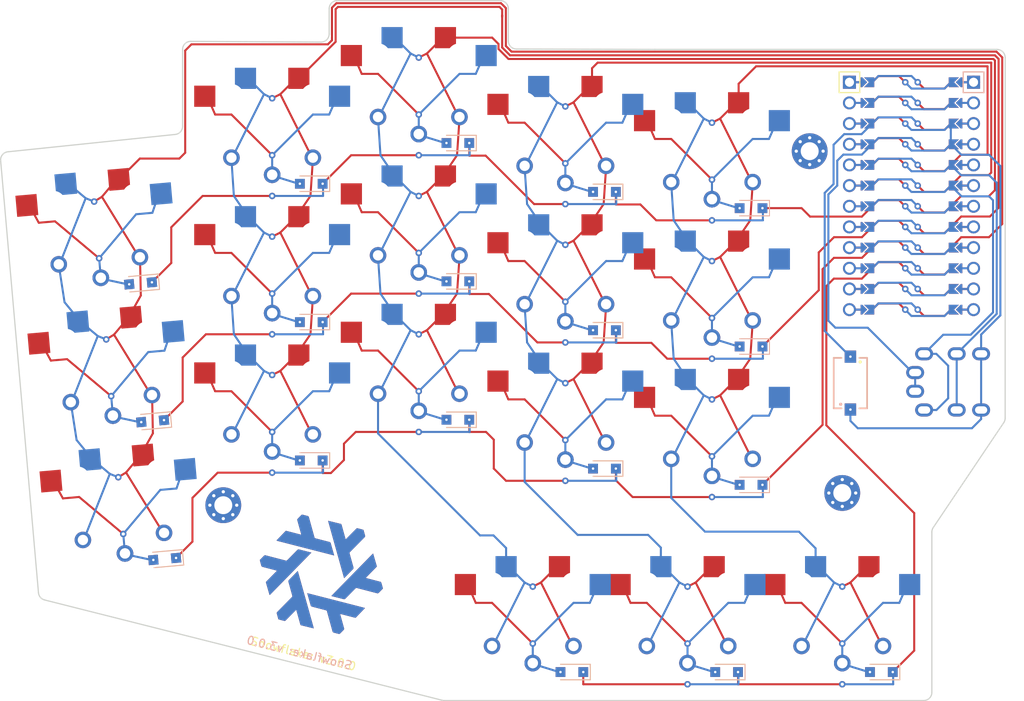
<source format=kicad_pcb>
(kicad_pcb (version 20241229) (generator "pcbnew") (generator_version "9.0")
  (title_block (title "snowflake") (rev "v3.0.0") (company "Tygo van den Hurk"))
  (layers (0 "F.Cu" signal) (2 "B.Cu" signal) (13 "F.Paste" user) (15 "B.Paste" user) (5 "F.SilkS" user "F.Silkscreen") (7 "B.SilkS" user "B.Silkscreen") (1 "F.Mask" user) (3 "B.Mask" user) (25 "Edge.Cuts" user))
  (net 0 "")
  (net 1 "RAW")
  (net 2 "GND")
  (net 3 "RST")
  (net 4 "VCC")
  (net 5 "P21")
  (net 6 "P20")
  (net 7 "P19")
  (net 8 "P18")
  (net 9 "P15")
  (net 10 "P14")
  (net 11 "P16")
  (net 12 "P10")
  (net 13 "P1")
  (net 14 "P0")
  (net 15 "P2")
  (net 16 "P3")
  (net 17 "P4")
  (net 18 "P5")
  (net 19 "P6")
  (net 20 "P7")
  (net 21 "P8")
  (net 22 "P9")
  (net 23 "matrix_pinky_bottom")
  (net 24 "matrix_pinky_home")
  (net 25 "matrix_pinky_top")
  (net 26 "matrix_ring_bottom")
  (net 27 "matrix_ring_home")
  (net 28 "matrix_ring_top")
  (net 29 "matrix_middle_bottom")
  (net 30 "matrix_middle_home")
  (net 31 "matrix_middle_top")
  (net 32 "matrix_index_bottom")
  (net 33 "matrix_index_home")
  (net 34 "matrix_index_top")
  (net 35 "matrix_inner_bottom")
  (net 36 "matrix_inner_home")
  (net 37 "matrix_inner_top")
  (net 38 "thumbfan_near_thumb")
  (net 39 "thumbfan_home_thumb")
  (net 40 "thumbfan_far_thumb")
  (footprint "PG1350" (layer "F.Cu") (at 150.587258 113.450428)
    (property "Reference" "S17" (hide yes))
    (property "Value" "" (hide yes))
  )
  (footprint "PG1350" (layer "F.Cu") (at 97.036705 66.12938 5)
    (property "Reference" "S4" (hide yes))
    (property "Value" "" (hide yes))
  )
  (footprint "Diode_SMD:Nexperia_CFP3_SOD-123W" (layer "F.Cu") (at 174.387258 120.450428 180)
    (property "Reference" "D17" (hide yes))
    (property "Value" "Nexperia_CFP3_SOD-123W" (hide yes))
  )
  (footprint "PG1350" (layer "F.Cu") (at 154.587258 54.450428)
    (property "Reference" "S13" (hide yes))
    (property "Value" "" (hide yes))
  )
  (footprint "PG1350" (layer "F.Cu") (at 100 100 -175)
    (property "Reference" "S20" (hide yes))
    (property "Value" "" (hide yes))
  )
  (footprint "Diode_SMD:Nexperia_CFP3_SOD-123W" (layer "F.Cu") (at 141.387258 72.450428 180)
    (property "Reference" "D8" (hide yes))
    (property "Value" "Nexperia_CFP3_SOD-123W" (hide yes))
  )
  (footprint "TRRS-PJ-320A-dual" (layer "F.Cu") (at 208.837258 85.950428 -90)
    (property "Reference" "TRRS1")
    (property "Value" "TRRS-PJ-320A-dual" (hide yes))
  )
  (footprint "Diode_SMD:Nexperia_CFP3_SOD-123W" (layer "F.Cu") (at 159.387258 95.450428 180)
    (property "Reference" "D10" (hide yes))
    (property "Value" "Nexperia_CFP3_SOD-123W" (hide yes))
  )
  (footprint "PG1350" (layer "F.Cu") (at 136.587258 82.450428)
    (property "Reference" "S8" (hide yes))
    (property "Value" "" (hide yes))
  )
  (footprint "Diode_SMD:Nexperia_CFP3_SOD-123W" (layer "F.Cu") (at 177.387258 63.450428 180)
    (property "Reference" "D15" (hide yes))
    (property "Value" "Nexperia_CFP3_SOD-123W" (hide yes))
  )
  (footprint "PG1350" (layer "F.Cu") (at 169.587258 113.450428)
    (property "Reference" "S18" (hide yes))
    (property "Value" "" (hide yes))
  )
  (footprint "Diode_SMD:Nexperia_CFP3_SOD-123W" (layer "F.Cu") (at 123.387258 60.450428 180)
    (property "Reference" "D6" (hide yes))
    (property "Value" "Nexperia_CFP3_SOD-123W" (hide yes))
  )
  (footprint "Diode_SMD:Nexperia_CFP3_SOD-123W" (layer "F.Cu") (at 102.42853 72.684396 -175)
    (property "Reference" "D3" (hide yes))
    (property "Value" "Nexperia_CFP3_SOD-123W" (hide yes))
  )
  (footprint "PG1350" (layer "F.Cu") (at 97.036705 66.12938 -175)
    (property "Reference" "S22" (hide yes))
    (property "Value" "" (hide yes))
  )
  (footprint "PG1350" (layer "F.Cu") (at 118.587258 87.450428)
    (property "Reference" "S5" (hide yes))
    (property "Value" "" (hide yes))
  )
  (footprint "Diode_SMD:Nexperia_CFP3_SOD-123W" (layer "F.Cu") (at 141.387258 55.450428 180)
    (property "Reference" "D9" (hide yes))
    (property "Value" "Nexperia_CFP3_SOD-123W" (hide yes))
  )
  (footprint "MountingHole_2.2mm_M2_Pad_Via" (layer "F.Cu") (at 188.587258 98.450428)
    (property "Reference" "_2" (hide yes))
    (property "Value" "")
  )
  (footprint "Diode_SMD:Nexperia_CFP3_SOD-123W" (layer "F.Cu") (at 177.387258 97.450428 180)
    (property "Reference" "D13" (hide yes))
    (property "Value" "Nexperia_CFP3_SOD-123W" (hide yes))
  )
  (footprint "PG1350" (layer "F.Cu") (at 100 100 5)
    (property "Reference" "S2" (hide yes))
    (property "Value" "" (hide yes))
  )
  (footprint "ProMicro" (layer "F.Cu") (at 197.087258 61.950428 -90)
    (property "Reference" "MCU1" (hide yes))
    (property "Value" "")
  )
  (footprint "PG1350" (layer "F.Cu") (at 118.587258 87.450428 180)
    (property "Reference" "S23" (hide yes))
    (property "Value" "" (hide yes))
  )
  (footprint "PG1350" (layer "F.Cu") (at 172.587258 90.450428 180)
    (property "Reference" "S32" (hide yes))
    (property "Value" "" (hide yes))
  )
  (footprint "Diode_SMD:Nexperia_CFP3_SOD-123W" (layer "F.Cu") (at 193.387258 120.450428 180)
    (property "Reference" "D18" (hide yes))
    (property "Value" "Nexperia_CFP3_SOD-123W" (hide yes))
  )
  (footprint "Diode_SMD:Nexperia_CFP3_SOD-123W" (layer "F.Cu") (at 123.387258 77.450428 180)
    (property "Reference" "D5" (hide yes))
    (property "Value" "Nexperia_CFP3_SOD-123W" (hide yes))
  )
  (footprint "PG1350" (layer "F.Cu") (at 154.587258 54.450428 180)
    (property "Reference" "S31" (hide yes))
    (property "Value" "" (hide yes))
  )
  (footprint "PG1350" (layer "F.Cu") (at 118.587258 53.450428 180)
    (property "Reference" "S25" (hide yes))
    (property "Value" "" (hide yes))
  )
  (footprint "Diode_SMD:Nexperia_CFP3_SOD-123W" (layer "F.Cu") (at 105.391825 106.555015 -175)
    (property "Reference" "D1" (hide yes))
    (property "Value" "Nexperia_CFP3_SOD-123W" (hide yes))
  )
  (footprint "PG1350" (layer "F.Cu") (at 136.587258 48.450428 180)
    (property "Reference" "S28" (hide yes))
    (property "Value" "" (hide yes))
  )
  (footprint "PG1350" (layer "F.Cu") (at 172.587258 90.450428)
    (property "Reference" "S14" (hide yes))
    (property "Value" "" (hide yes))
  )
  (footprint "Diode_SMD:Nexperia_CFP3_SOD-123W" (layer "F.Cu") (at 177.387258 80.450428 180)
    (property "Reference" "D14" (hide yes))
    (property "Value" "Nexperia_CFP3_SOD-123W" (hide yes))
  )
  (footprint "PG1350" (layer "F.Cu") (at 154.587258 71.450428 180)
    (property "Reference" "S30" (hide yes))
    (property "Value" "" (hide yes))
  )
  (footprint "MountingHole_2.2mm_M2_Pad_Via" (layer "F.Cu") (at 112.587258 99.950428)
    (property "Reference" "_3" (hide yes))
    (property "Value" "")
  )
  (footprint "PG1350" (layer "F.Cu") (at 154.587258 88.450428)
    (property "Reference" "S11" (hide yes))
    (property "Value" "" (hide yes))
  )
  (footprint "PG1350" (layer "F.Cu") (at 188.587258 113.450428 180)
    (property "Reference" "S37" (hide yes))
    (property "Value" "" (hide yes))
  )
  (footprint "PG1350" (layer "F.Cu") (at 154.587258 71.450428)
    (property "Reference" "S12" (hide yes))
    (property "Value" "" (hide yes))
  )
  (footprint "PG1350" (layer "F.Cu") (at 136.587258 65.450428 180)
    (property "Reference" "S27" (hide yes))
    (property "Value" "" (hide yes))
  )
  (footprint "PG1350" (layer "F.Cu") (at 172.587258 56.450428 180)
    (property "Reference" "S34" (hide yes))
    (property "Value" "" (hide yes))
  )
  (footprint "PG1350" (layer "F.Cu") (at 150.587258 113.450428 180)
    (property "Reference" "S35" (hide yes))
    (property "Value" "" (hide yes))
  )
  (footprint "Diode_SMD:Nexperia_CFP3_SOD-123W" (layer "F.Cu") (at 155.387258 120.450428 180)
    (property "Reference" "D16" (hide yes))
    (property "Value" "Nexperia_CFP3_SOD-123W" (hide yes))
  )
  (footprint "Diode_SMD:Nexperia_CFP3_SOD-123W" (layer "F.Cu") (at 123.387258 94.450428 180)
    (property "Reference" "D4" (hide yes))
    (property "Value" "Nexperia_CFP3_SOD-123W" (hide yes))
  )
  (footprint "PG1350" (layer "F.Cu") (at 188.587258 113.450428)
    (property "Reference" "S19" (hide yes))
    (property "Value" "" (hide yes))
  )
  (footprint "PG1350" (layer "F.Cu") (at 172.587258 73.450428 180)
    (property "Reference" "S33" (hide yes))
    (property "Value" "" (hide yes))
  )
  (footprint "PG1350" (layer "F.Cu") (at 98.518352 83.06469 5)
    (property "Reference" "S3" (hide yes))
    (property "Value" "" (hide yes))
  )
  (footprint "PG1350" (layer "F.Cu") (at 136.587258 82.450428 180)
    (property "Reference" "S26" (hide yes))
    (property "Value" "" (hide yes))
  )
  (footprint "Diode_SMD:Nexperia_CFP3_SOD-123W" (layer "F.Cu") (at 141.387258 89.450428 180)
    (property "Reference" "D7" (hide yes))
    (property "Value" "Nexperia_CFP3_SOD-123W" (hide yes))
  )
  (footprint "Diode_SMD:Nexperia_CFP3_SOD-123W" (layer "F.Cu") (at 159.387258 61.450428 180)
    (property "Reference" "D12" (hide yes))
    (property "Value" "Nexperia_CFP3_SOD-123W" (hide yes))
  )
  (footprint "PG1350" (layer "F.Cu") (at 136.587258 65.450428)
    (property "Reference" "S9" (hide yes))
    (property "Value" "" (hide yes))
  )
  (footprint "PG1350" (layer "F.Cu") (at 172.587258 73.450428)
    (property "Reference" "S15" (hide yes))
    (property "Value" "" (hide yes))
  )
  (footprint "PG1350" (layer "F.Cu") (at 154.587258 88.450428 180)
    (property "Reference" "S29" (hide yes))
    (property "Value" "" (hide yes))
  )
  (footprint "PG1350" (layer "F.Cu") (at 172.587258 56.450428)
    (property "Reference" "S16" (hide yes))
    (property "Value" "" (hide yes))
  )
  (footprint "PG1350" (layer "F.Cu") (at 118.587258 70.450428 180)
    (property "Reference" "S24" (hide yes))
    (property "Value" "" (hide yes))
  )
  (footprint "PG1350" (layer "F.Cu") (at 136.587258 48.450428)
    (property "Reference" "S10" (hide yes))
    (property "Value" "" (hide yes))
  )
  (footprint "PG1350" (layer "F.Cu") (at 169.587258 113.450428 180)
    (property "Reference" "S36" (hide yes))
    (property "Value" "" (hide yes))
  )
  (footprint "PG1350" (layer "F.Cu") (at 118.587258 70.450428)
    (property "Reference" "S6" (hide yes))
    (property "Value" "" (hide yes))
  )
  (footprint "MountingHole_2.2mm_M2_Pad_Via" (layer "F.Cu") (at 184.587258 56.450428)
    (property "Reference" "_1" (hide yes))
    (property "Value" "")
  )
  (footprint "434121025816" (layer "F.Cu") (at 189.587258 84.950428 -90)
    (property "Reference" "S1" (hide yes))
    (property "Value" "" (hide yes))
  )
  (footprint "Diode_SMD:Nexperia_CFP3_SOD-123W" (layer "F.Cu") (at 103.910177 89.619705 -175)
    (property "Reference" "D2" (hide yes))
    (property "Value" "Nexperia_CFP3_SOD-123W" (hide yes))
  )
  (footprint "Diode_SMD:Nexperia_CFP3_SOD-123W" (layer "F.Cu") (at 159.387258 78.450428 180)
    (property "Reference" "D11" (hide yes))
    (property "Value" "Nexperia_CFP3_SOD-123W" (hide yes))
  )
  (footprint "PG1350" (layer "F.Cu") (at 118.587258 53.450428)
    (property "Reference" "S7" (hide yes))
    (property "Value" "" (hide yes))
  )
  (footprint "PG1350" (layer "F.Cu") (at 98.518352 83.06469 -175)
    (property "Reference" "S21" (hide yes))
    (property "Value" "" (hide yes))
  )
  (gr_poly (pts (xy 121.732303 108.026664) (xy 121.772555 108.170858) (xy 121.812931 108.315497) (xy 121.853285 108.460054) (xy 121.893616 108.604531) (xy 121.934 108.749196) (xy 121.974271 108.893459) (xy 122.014616 109.037986) (xy 122.054936 109.182423) (xy 122.095318 109.327082) (xy 122.135551 109.471211) (xy 122.17595 109.615929) (xy 122.216297 109.760463) (xy 122.256559 109.904692) (xy 122.2969 110.049208) (xy 122.337191 110.193538) (xy 122.377649 110.338473) (xy 122.417834 110.482426) (xy 122.458166 110.626907) (xy 122.498567 110.771632) (xy 122.53896 110.916333) (xy 122.579275 111.06075) (xy 122.619621 111.205282) (xy 122.659936 111.349701) (xy 122.700157 111.493785) (xy 122.740586 111.638611) (xy 122.78089 111.782993) (xy 122.821281 111.927683) (xy 122.861605 112.072136) (xy 122.90189 112.216448) (xy 122.942246 112.361014) (xy 122.982601 112.505578) (xy 123.02288 112.649867) (xy 123.063173 112.794209) (xy 123.103558 112.938879) (xy 123.143929 113.0835) (xy 123.184173 113.227665) (xy 123.224483 113.372065) (xy 123.264856 113.516691) (xy 123.305255 113.661413) (xy 123.345463 113.805447) (xy 123.385922 113.950383) (xy 123.426137 114.094444) (xy 123.466453 114.238868) (xy 123.506847 114.383573) (xy 123.547216 114.528186) (xy 123.587442 114.672284) (xy 123.627844 114.817016) (xy 123.668187 114.961536) (xy 123.686507 115.084745) (xy 123.540952 115.048825) (xy 123.395144 115.012842) (xy 123.249762 114.976965) (xy 123.103979 114.940988) (xy 122.95831 114.90504) (xy 122.81292 114.86916) (xy 122.667268 114.833216) (xy 122.521522 114.797249) (xy 122.375722 114.761268) (xy 122.230123 114.725337) (xy 122.084779 114.689469) (xy 122.032679 114.557264) (xy 121.992748 114.412701) (xy 121.95281 114.268112) (xy 121.912885 114.123573) (xy 121.872873 113.978716) (xy 121.833025 113.834455) (xy 121.792991 113.689518) (xy 121.753138 113.545239) (xy 121.713138 113.400426) (xy 121.673325 113.256289) (xy 121.633363 113.111616) (xy 121.593411 112.966977) (xy 121.55347 112.822377) (xy 121.462891 112.872249) (xy 121.357991 112.978808) (xy 121.252409 113.086059) (xy 121.147324 113.192806) (xy 121.041988 113.299807) (xy 120.937014 113.406441) (xy 120.831813 113.513306) (xy 120.726371 113.620416) (xy 120.621296 113.727153) (xy 120.515938 113.834177) (xy 120.410603 113.941178) (xy 120.305313 114.048132) (xy 120.200312 114.154794) (xy 120.067418 114.16221) (xy 119.922204 114.124865) (xy 119.77654 114.087403) (xy 119.63141 114.050079) (xy 119.4863 114.01276) (xy 119.352538 113.963768) (xy 119.311986 113.819145) (xy 119.271567 113.674994) (xy 119.23094 113.530101) (xy 119.190561 113.386092) (xy 119.149965 113.241311) (xy 119.168668 113.11205) (xy 119.273665 113.005505) (xy 119.379207 112.898408) (xy 119.484375 112.79169) (xy 119.589621 112.684893) (xy 119.694985 112.577977) (xy 119.800313 112.471096) (xy 119.905392 112.364468) (xy 120.010881 112.257424) (xy 120.115939 112.150819) (xy 120.221254 112.043952) (xy 120.326434 111.937222) (xy 120.432009 111.830091) (xy 120.537173 111.723377) (xy 120.642297 111.616704) (xy 120.747867 111.509578) (xy 120.853011 111.402885) (xy 120.95833 111.296013) (xy 121.063559 111.189234) (xy 121.055278 111.052791) (xy 121.015254 110.90831) (xy 120.975275 110.76399) (xy 120.935142 110.619115) (xy 120.895081 110.474501) (xy 120.855034 110.329938) (xy 120.815028 110.185522) (xy 120.774919 110.040734) (xy 120.734969 109.896522) (xy 120.694893 109.751854) (xy 120.654811 109.607161) (xy 120.614773 109.46263) (xy 120.574726 109.318066) (xy 120.598705 109.190193) (xy 120.703679 109.082438) (xy 120.808096 108.975255) (xy 120.912852 108.867723) (xy 121.017483 108.76032) (xy 121.122064 108.652968) (xy 121.226794 108.545463) (xy 121.331611 108.437869) (xy 121.436083 108.330628) (xy 121.540753 108.223185) (xy 121.645525 108.115637)) (fill yes) (layer "F.Cu"))
  (gr_poly (pts (xy 125.848491 111.108331) (xy 125.95324 111.001374) (xy 126.058313 110.894088) (xy 126.163327 110.786862) (xy 126.268282 110.679696) (xy 126.373374 110.57239) (xy 126.478173 110.465383) (xy 126.583165 110.358179) (xy 126.688091 110.251043) (xy 126.793179 110.143742) (xy 126.897881 110.036833) (xy 127.003012 109.929488) (xy 127.108008 109.82228) (xy 127.212783 109.715298) (xy 127.317766 109.608103) (xy 127.422615 109.501045) (xy 127.527903 109.393539) (xy 127.632478 109.286762) (xy 127.737436 109.179593) (xy 127.842571 109.072242) (xy 127.947689 108.964911) (xy 128.0526 108.857789) (xy 128.157596 108.750582) (xy 128.262509 108.643458) (xy 128.367179 108.536583) (xy 128.472387 108.429159) (xy 128.577273 108.322063) (xy 128.682383 108.214739) (xy 128.787321 108.10759) (xy 128.892157 108.000546) (xy 128.997177 107.893314) (xy 129.102195 107.786083) (xy 129.207014 107.679056) (xy 129.311871 107.57199) (xy 129.416967 107.464681) (xy 129.522026 107.357408) (xy 129.626754 107.250474) (xy 129.731654 107.143364) (xy 129.836717 107.036088) (xy 129.94185 106.92874) (xy 130.046484 106.821902) (xy 130.151773 106.714395) (xy 130.256426 106.607537) (xy 130.361342 106.500411) (xy 130.466463 106.393076) (xy 130.571517 106.285808) (xy 130.676197 106.178923) (xy 130.781338 106.071568) (xy 130.886324 105.96437) (xy 130.983866 105.886899) (xy 131.025536 106.030914) (xy 131.067278 106.175179) (xy 131.108898 106.319022) (xy 131.150633 106.463262) (xy 131.192335 106.607389) (xy 131.233958 106.751241) (xy 131.275655 106.895351) (xy 131.31738 107.039555) (xy 131.359119 107.183811) (xy 131.400802 107.327869) (xy 131.442411 107.471675) (xy 131.353968 107.582897) (xy 131.248739 107.68976) (xy 131.14349 107.796642) (xy 131.038278 107.903487) (xy 130.932834 108.010568) (xy 130.827824 108.117207) (xy 130.722323 108.224346) (xy 130.617299 108.330999) (xy 130.511888 108.438047) (xy 130.406968 108.544595) (xy 130.301658 108.651539) (xy 130.196374 108.758457) (xy 130.091117 108.865348) (xy 130.179596 108.918856) (xy 130.324329 108.956422) (xy 130.470003 108.994233) (xy 130.61499 109.031866) (xy 130.760325 109.069589) (xy 130.905159 109.107182) (xy 131.050307 109.144857) (xy 131.195788 109.182617) (xy 131.340762 109.220247) (xy 131.486127 109.257977) (xy 131.63146 109.2957) (xy 131.77673 109.333406) (xy 131.921602 109.371009) (xy 131.994472 109.48239) (xy 132.034737 109.626822) (xy 132.075127 109.771701) (xy 132.115368 109.91605) (xy 132.155604 110.060378) (xy 132.180057 110.200716) (xy 132.075085 110.308146) (xy 131.970456 110.415225) (xy 131.865289 110.522856) (xy 131.760763 110.62983) (xy 131.655676 110.737378) (xy 131.534382 110.785811) (xy 131.389613 110.748153) (xy 131.244093 110.710299) (xy 131.099088 110.67258) (xy 130.953977 110.634833) (xy 130.808702 110.597044) (xy 130.663477 110.559267) (xy 130.518595 110.521579) (xy 130.373148 110.483745) (xy 130.228296 110.446065) (xy 130.083089 110.408293) (xy 129.938068 110.37057) (xy 129.792503 110.332705) (xy 129.647503 110.294987) (xy 129.50256 110.257284) (xy 129.357001 110.21942) (xy 129.21203 110.181709) (xy 129.066817 110.143936) (xy 128.921729 110.106195) (xy 128.807706 110.181588) (xy 128.702594 110.288489) (xy 128.597599 110.395273) (xy 128.4922 110.502467) (xy 128.386991 110.609468) (xy 128.281819 110.716431) (xy 128.176754 110.823285) (xy 128.071418 110.930415) (xy 127.966502 111.037118) (xy 127.861254 111.144158) (xy 127.755988 111.251218) (xy 127.650839 111.358157) (xy 127.545666 111.465121) (xy 127.422936 111.508291) (xy 127.27713 111.471258) (xy 127.132098 111.434422) (xy 126.986595 111.397467) (xy 126.841266 111.360555) (xy 126.696005 111.323661) (xy 126.550539 111.286715) (xy 126.404951 111.249738) (xy 126.259841 111.212882) (xy 126.114458 111.175957) (xy 125.968933 111.138996)) (fill yes) (layer "F.Cu"))
  (gr_poly (pts (xy 126.200982 106.126291) (xy 126.05598 106.089053) (xy 125.91053 106.051701) (xy 125.765164 106.014369) (xy 125.619878 105.977059) (xy 125.474402 105.939699) (xy 125.329331 105.902444) (xy 125.183994 105.86512) (xy 125.038749 105.82782) (xy 124.893279 105.790462) (xy 124.748343 105.753241) (xy 124.602814 105.715868) (xy 124.457471 105.678542) (xy 124.312433 105.641296) (xy 124.167108 105.603975) (xy 124.021969 105.566702) (xy 123.876223 105.529273) (xy 123.731463 105.492097) (xy 123.586173 105.454786) (xy 123.440637 105.417411) (xy 123.295126 105.380042) (xy 123.1499 105.342747) (xy 123.004558 105.305422) (xy 122.85933 105.268126) (xy 122.714439 105.230917) (xy 122.568802 105.193516) (xy 122.423612 105.15623) (xy 122.278111 105.118864) (xy 122.132849 105.081559) (xy 121.987729 105.044291) (xy 121.842352 105.006957) (xy 121.696979 104.969624) (xy 121.551881 104.932362) (xy 121.406731 104.895086) (xy 121.261251 104.857725) (xy 121.11582 104.820377) (xy 120.970848 104.783147) (xy 120.825638 104.745856) (xy 120.680202 104.708507) (xy 120.53467 104.671133) (xy 120.389829 104.633937) (xy 120.244081 104.596507) (xy 120.099213 104.559304) (xy 119.95398 104.522007) (xy 119.808465 104.484637) (xy 119.663042 104.447291) (xy 119.518137 104.410079) (xy 119.372593 104.372702) (xy 119.227264 104.33538) (xy 119.111402 104.289641) (xy 119.215287 104.181547) (xy 119.319353 104.073265) (xy 119.423115 103.965299) (xy 119.527163 103.857035) (xy 119.63113 103.748856) (xy 119.734897 103.640885) (xy 119.838852 103.532719) (xy 119.942874 103.424482) (xy 120.046934 103.316206) (xy 120.150851 103.208079) (xy 120.254586 103.100142) (xy 120.395128 103.121124) (xy 120.540289 103.158825) (xy 120.685476 103.196531) (xy 120.830612 103.234225) (xy 120.976069 103.272002) (xy 121.120925 103.309624) (xy 121.266462 103.347421) (xy 121.411338 103.385047) (xy 121.55675 103.422813) (xy 121.701483 103.460402) (xy 121.846754 103.498131) (xy 121.99199 103.535851) (xy 122.137189 103.57356) (xy 122.139288 103.470181) (xy 122.099455 103.326055) (xy 122.059364 103.180993) (xy 122.019461 103.036613) (xy 121.979463 102.891889) (xy 121.939602 102.747662) (xy 121.899655 102.603123) (xy 121.859616 102.458253) (xy 121.819717 102.313886) (xy 121.77971 102.169131) (xy 121.739713 102.024408) (xy 121.699732 101.879747) (xy 121.659861 101.735483) (xy 121.719885 101.616685) (xy 121.824834 101.509599) (xy 121.930109 101.402181) (xy 122.034997 101.295156) (xy 122.139872 101.188147) (xy 122.249181 101.096802) (xy 122.394705 101.133995) (xy 122.539752 101.171066) (xy 122.685547 101.208329) (xy 122.830451 101.245364) (xy 122.976134 101.282597) (xy 123.078726 101.363425) (xy 123.118497 101.507628) (xy 123.158476 101.652578) (xy 123.198312 101.797016) (xy 123.238178 101.941559) (xy 123.278088 102.086265) (xy 123.317985 102.230923) (xy 123.357788 102.375238) (xy 123.397746 102.520116) (xy 123.437541 102.664401) (xy 123.477433 102.80904) (xy 123.517274 102.953494) (xy 123.557264 103.098489) (xy 123.597099 103.242922) (xy 123.636919 103.387298) (xy 123.676907 103.532288) (xy 123.716735 103.676691) (xy 123.756628 103.821336) (xy 123.796488 103.965856) (xy 123.918791 104.026907) (xy 124.063927 104.064485) (xy 124.208901 104.102022) (xy 124.354433 104.139704) (xy 124.499703 104.177317) (xy 124.644922 104.214917) (xy 124.789993 104.252479) (xy 124.935438 104.290137) (xy 125.080304 104.327646) (xy 125.225627 104.365273) (xy 125.370977 104.402907) (xy 125.516163 104.440498) (xy 125.661383 104.478099) (xy 125.760135 104.562802) (xy 125.800967 104.70759) (xy 125.841582 104.851609) (xy 125.882329 104.996096) (xy 125.923027 105.14041) (xy 125.963706 105.284657) (xy 126.004443 105.429108) (xy 126.045214 105.573679) (xy 126.085851 105.717775) (xy 126.126564 105.862143) (xy 126.167317 106.006653)) (fill yes) (layer "F.Cu"))
  (gr_poly (pts (xy 122.893535 110.754566) (xy 123.038537 110.791804) (xy 123.183987 110.829156) (xy 123.329353 110.866488) (xy 123.474639 110.903798) (xy 123.620115 110.941158) (xy 123.765186 110.978413) (xy 123.910523 111.015737) (xy 124.055768 111.053037) (xy 124.201238 111.090395) (xy 124.346174 111.127616) (xy 124.491703 111.164989) (xy 124.637046 111.202315) (xy 124.782084 111.239561) (xy 124.927408 111.276882) (xy 125.072547 111.314155) (xy 125.218294 111.351584) (xy 125.363054 111.38876) (xy 125.508344 111.426071) (xy 125.65388 111.463446) (xy 125.79939 111.500815) (xy 125.944617 111.53811) (xy 126.089958 111.575435) (xy 126.235187 111.612731) (xy 126.380078 111.64994) (xy 126.525714 111.687341) (xy 126.670905 111.724627) (xy 126.816405 111.761993) (xy 126.961668 111.799298) (xy 127.106788 111.836566) (xy 127.252165 111.8739) (xy 127.397538 111.911233) (xy 127.542636 111.948495) (xy 127.687786 111.985771) (xy 127.833266 112.023132) (xy 127.978697 112.06048) (xy 128.123669 112.09771) (xy 128.268879 112.135001) (xy 128.414315 112.17235) (xy 128.559847 112.209724) (xy 128.704688 112.24692) (xy 128.850436 112.28435) (xy 128.995304 112.321553) (xy 129.140537 112.35885) (xy 129.286052 112.39622) (xy 129.431475 112.433566) (xy 129.57638 112.470779) (xy 129.721923 112.508155) (xy 129.867252 112.545477) (xy 129.983115 112.591216) (xy 129.879229 112.69931) (xy 129.775164 112.807592) (xy 129.671402 112.915558) (xy 129.567354 113.023822) (xy 129.463387 113.132001) (xy 129.359619 113.239972) (xy 129.255665 113.348138) (xy 129.151643 113.456375) (xy 129.047583 113.564651) (xy 128.943666 113.672778) (xy 128.839931 113.780715) (xy 128.699389 113.759733) (xy 128.554228 113.722033) (xy 128.409041 113.684326) (xy 128.263905 113.646632) (xy 128.118448 113.608855) (xy 127.973591 113.571233) (xy 127.828055 113.533436) (xy 127.683179 113.49581) (xy 127.537767 113.458044) (xy 127.393034 113.420455) (xy 127.247763 113.382726) (xy 127.102527 113.345007) (xy 126.957328 113.307297) (xy 126.955229 113.410676) (xy 126.995062 113.554802) (xy 127.035153 113.699864) (xy 127.075056 113.844244) (xy 127.115054 113.988968) (xy 127.154915 114.133195) (xy 127.194862 114.277734) (xy 127.234901 114.422604) (xy 127.2748 114.566971) (xy 127.314806 114.711726) (xy 127.354804 114.856449) (xy 127.394785 115.00111) (xy 127.434656 115.145374) (xy 127.374632 115.264172) (xy 127.269682 115.371258) (xy 127.164408 115.478676) (xy 127.05952 115.585701) (xy 126.954645 115.69271) (xy 126.845336 115.784056) (xy 126.699812 115.746862) (xy 126.554764 115.709791) (xy 126.40897 115.672528) (xy 126.264065 115.635493) (xy 126.118383 115.59826) (xy 126.015791 115.517433) (xy 125.976019 115.373229) (xy 125.936041 115.228279) (xy 125.896205 115.083841) (xy 125.856339 114.939298) (xy 125.816429 114.794592) (xy 125.776531 114.649934) (xy 125.736729 114.505619) (xy 125.696771 114.360741) (xy 125.656976 114.216456) (xy 125.617084 114.071817) (xy 125.577243 113.927363) (xy 125.537253 113.782368) (xy 125.497418 113.637935) (xy 125.457598 113.493559) (xy 125.41761 113.348569) (xy 125.377782 113.204166) (xy 125.337889 113.059521) (xy 125.298029 112.915001) (xy 125.175726 112.85395) (xy 125.03059 112.816372) (xy 124.885616 112.778835) (xy 124.740083 112.741154) (xy 124.594813 112.70354) (xy 124.449594 112.66594) (xy 124.304523 112.628378) (xy 124.159079 112.59072) (xy 124.014213 112.553211) (xy 123.86889 112.515584) (xy 123.72354 112.47795) (xy 123.578354 112.440359) (xy 123.433134 112.402758) (xy 123.334382 112.318055) (xy 123.29355 112.173267) (xy 123.252935 112.029248) (xy 123.212188 111.884761) (xy 123.17149 111.740447) (xy 123.130811 111.5962) (xy 123.090074 111.451749) (xy 123.049303 111.307178) (xy 123.008666 111.163082) (xy 122.967953 111.018714) (xy 122.927199 110.874204)) (fill yes) (layer "F.Cu"))
  (gr_poly (pts (xy 123.406026 105.772526) (xy 123.301276 105.879483) (xy 123.196203 105.986769) (xy 123.09119 106.093995) (xy 122.986235 106.201161) (xy 122.881143 106.308467) (xy 122.776344 106.415474) (xy 122.671351 106.522678) (xy 122.566426 106.629814) (xy 122.461338 106.737115) (xy 122.356636 106.844023) (xy 122.251505 106.951369) (xy 122.146509 107.058577) (xy 122.041733 107.165559) (xy 121.93675 107.272754) (xy 121.831902 107.379812) (xy 121.726614 107.487317) (xy 121.622039 107.594095) (xy 121.517081 107.701264) (xy 121.411945 107.808615) (xy 121.306828 107.915946) (xy 121.201916 108.023068) (xy 121.096921 108.130275) (xy 120.992008 108.237399) (xy 120.887338 108.344274) (xy 120.782129 108.451698) (xy 120.677243 108.558794) (xy 120.572134 108.666118) (xy 120.467195 108.773267) (xy 120.36236 108.88031) (xy 120.25734 108.987543) (xy 120.152322 109.094774) (xy 120.047503 109.201801) (xy 119.942646 109.308867) (xy 119.83755 109.416176) (xy 119.732491 109.523449) (xy 119.627762 109.630383) (xy 119.522863 109.737493) (xy 119.417799 109.844769) (xy 119.312666 109.952117) (xy 119.208033 110.058955) (xy 119.102744 110.166462) (xy 118.998091 110.27332) (xy 118.893174 110.380446) (xy 118.788054 110.487781) (xy 118.683 110.595049) (xy 118.57832 110.701934) (xy 118.473179 110.809289) (xy 118.368193 110.916487) (xy 118.270651 110.993958) (xy 118.228981 110.849943) (xy 118.187239 110.705678) (xy 118.145619 110.561835) (xy 118.103884 110.417595) (xy 118.062181 110.273468) (xy 118.020559 110.129616) (xy 117.978862 109.985506) (xy 117.937137 109.841302) (xy 117.895397 109.697046) (xy 117.853715 109.552987) (xy 117.812106 109.409182) (xy 117.900548 109.29796) (xy 118.005778 109.191097) (xy 118.111027 109.084215) (xy 118.216239 108.97737) (xy 118.321683 108.870289) (xy 118.426692 108.76365) (xy 118.532194 108.656511) (xy 118.637218 108.549858) (xy 118.742629 108.44281) (xy 118.847549 108.336262) (xy 118.952858 108.229318) (xy 119.058143 108.122399) (xy 119.1634 108.015509) (xy 119.07492 107.962001) (xy 118.930188 107.924435) (xy 118.784514 107.886624) (xy 118.639526 107.848991) (xy 118.494192 107.811268) (xy 118.349358 107.773675) (xy 118.204209 107.736) (xy 118.058729 107.69824) (xy 117.913754 107.66061) (xy 117.76839 107.62288) (xy 117.623057 107.585157) (xy 117.477786 107.547451) (xy 117.332914 107.509848) (xy 117.260044 107.398467) (xy 117.21978 107.254035) (xy 117.17939 107.109156) (xy 117.139149 106.964807) (xy 117.098913 106.820479) (xy 117.07446 106.680141) (xy 117.179432 106.572711) (xy 117.284061 106.465631) (xy 117.389228 106.358001) (xy 117.493754 106.251027) (xy 117.598841 106.143479) (xy 117.720135 106.095046) (xy 117.864904 106.132704) (xy 118.010424 106.170558) (xy 118.155429 106.208277) (xy 118.30054 106.246024) (xy 118.445814 106.283813) (xy 118.59104 106.32159) (xy 118.735922 106.359277) (xy 118.881369 106.397112) (xy 119.026221 106.434791) (xy 119.171428 106.472563) (xy 119.316449 106.510287) (xy 119.462014 106.548152) (xy 119.607014 106.58587) (xy 119.751957 106.623573) (xy 119.897516 106.661437) (xy 120.042487 106.699148) (xy 120.1877 106.736921) (xy 120.332788 106.774662) (xy 120.446811 106.699269) (xy 120.551922 106.592368) (xy 120.656918 106.485584) (xy 120.762317 106.37839) (xy 120.867526 106.271389) (xy 120.972698 106.164426) (xy 121.077763 106.057572) (xy 121.183098 105.950442) (xy 121.288015 105.843739) (xy 121.393262 105.736699) (xy 121.498529 105.629639) (xy 121.603678 105.5227) (xy 121.70885 105.415736) (xy 121.831581 105.372566) (xy 121.977387 105.409599) (xy 122.122419 105.446435) (xy 122.267922 105.48339) (xy 122.413251 105.520302) (xy 122.558511 105.557196) (xy 122.703978 105.594142) (xy 122.849566 105.631119) (xy 122.994676 105.667975) (xy 123.140058 105.7049) (xy 123.285584 105.741861)) (fill yes) (layer "F.Cu"))
  (gr_poly (pts (xy 127.422214 108.924193) (xy 127.381962 108.779999) (xy 127.341585 108.63536) (xy 127.301232 108.490803) (xy 127.260901 108.346326) (xy 127.220517 108.201661) (xy 127.180246 108.057398) (xy 127.139901 107.91287) (xy 127.099581 107.768434) (xy 127.059199 107.623775) (xy 127.018965 107.479646) (xy 126.978567 107.334928) (xy 126.93822 107.190394) (xy 126.897958 107.046165) (xy 126.857616 106.901649) (xy 126.817326 106.757319) (xy 126.776867 106.612384) (xy 126.736682 106.468431) (xy 126.69635 106.32395) (xy 126.65595 106.179225) (xy 126.615557 106.034524) (xy 126.575242 105.890107) (xy 126.534896 105.745575) (xy 126.494581 105.601156) (xy 126.454359 105.457072) (xy 126.413931 105.312246) (xy 126.373627 105.167864) (xy 126.333236 105.023174) (xy 126.292912 104.878721) (xy 126.252627 104.734409) (xy 126.212271 104.589842) (xy 126.171915 104.445279) (xy 126.131637 104.300989) (xy 126.091344 104.156648) (xy 126.050959 104.011978) (xy 126.010587 103.867357) (xy 125.970343 103.723192) (xy 125.930034 103.578792) (xy 125.889661 103.434166) (xy 125.849262 103.289444) (xy 125.809054 103.14541) (xy 125.768595 103.000474) (xy 125.72838 102.856413) (xy 125.688064 102.711989) (xy 125.647669 102.567284) (xy 125.6073 102.422671) (xy 125.567075 102.278573) (xy 125.526673 102.133841) (xy 125.48633 101.989321) (xy 125.46801 101.866112) (xy 125.613565 101.902032) (xy 125.759373 101.938015) (xy 125.904755 101.973892) (xy 126.050538 102.009869) (xy 126.196207 102.045817) (xy 126.341597 102.081697) (xy 126.487248 102.117641) (xy 126.632995 102.153608) (xy 126.778795 102.189589) (xy 126.924394 102.22552) (xy 127.069738 102.261388) (xy 127.121838 102.393593) (xy 127.161769 102.538156) (xy 127.201707 102.682745) (xy 127.241632 102.827284) (xy 127.281644 102.972141) (xy 127.321492 103.116402) (xy 127.361526 103.261338) (xy 127.401379 103.405618) (xy 127.441379 103.550431) (xy 127.481192 103.694568) (xy 127.521154 103.839241) (xy 127.561106 103.983879) (xy 127.601047 104.12848) (xy 127.691626 104.078608) (xy 127.796526 103.972049) (xy 127.902108 103.864797) (xy 128.007193 103.758051) (xy 128.112529 103.651049) (xy 128.217502 103.544416) (xy 128.322704 103.437551) (xy 128.428146 103.330441) (xy 128.533221 103.223704) (xy 128.638579 103.11668) (xy 128.743914 103.009679) (xy 128.849204 102.902725) (xy 128.954205 102.796063) (xy 129.087099 102.788647) (xy 129.232313 102.825992) (xy 129.377977 102.863454) (xy 129.523107 102.900778) (xy 129.668217 102.938097) (xy 129.801979 102.987089) (xy 129.842531 103.131712) (xy 129.88295 103.275863) (xy 129.923577 103.420756) (xy 129.963956 103.564765) (xy 130.004552 103.709546) (xy 129.985849 103.838807) (xy 129.880852 103.945352) (xy 129.775309 104.052449) (xy 129.670142 104.159167) (xy 129.564896 104.265963) (xy 129.459532 104.37288) (xy 129.354204 104.479761) (xy 129.249125 104.586389) (xy 129.143635 104.693432) (xy 129.038578 104.800038) (xy 128.933263 104.906905) (xy 128.828083 105.013635) (xy 128.722508 105.120766) (xy 128.617344 105.22748) (xy 128.51222 105.334153) (xy 128.40665 105.441279) (xy 128.301506 105.547972) (xy 128.196187 105.654843) (xy 128.090958 105.761623) (xy 128.099238 105.898066) (xy 128.139262 106.042546) (xy 128.179242 106.186866) (xy 128.219375 106.331742) (xy 128.259436 106.476356) (xy 128.299483 106.620919) (xy 128.339489 106.765335) (xy 128.379598 106.910123) (xy 128.419548 107.054335) (xy 128.459623 107.199002) (xy 128.499706 107.343696) (xy 128.539744 107.488227) (xy 128.579791 107.632791) (xy 128.555812 107.760664) (xy 128.450838 107.868419) (xy 128.346421 107.975602) (xy 128.241665 108.083134) (xy 128.137034 108.190537) (xy 128.032453 108.297889) (xy 127.927723 108.405394) (xy 127.822906 108.512988) (xy 127.718433 108.620229) (xy 127.613764 108.727672) (xy 127.508992 108.83522)) (fill yes) (layer "F.Cu"))
  (gr_poly (pts (xy 123.406026 105.772526) (xy 123.301276 105.879483) (xy 123.196203 105.986769) (xy 123.09119 106.093995) (xy 122.986235 106.201161) (xy 122.881143 106.308467) (xy 122.776344 106.415474) (xy 122.671351 106.522678) (xy 122.566426 106.629814) (xy 122.461338 106.737115) (xy 122.356636 106.844023) (xy 122.251505 106.951369) (xy 122.146509 107.058577) (xy 122.041733 107.165559) (xy 121.93675 107.272754) (xy 121.831902 107.379812) (xy 121.726614 107.487317) (xy 121.622039 107.594095) (xy 121.517081 107.701264) (xy 121.411945 107.808615) (xy 121.306828 107.915946) (xy 121.201916 108.023068) (xy 121.096921 108.130275) (xy 120.992008 108.237399) (xy 120.887338 108.344274) (xy 120.782129 108.451698) (xy 120.677243 108.558794) (xy 120.572134 108.666118) (xy 120.467195 108.773267) (xy 120.36236 108.88031) (xy 120.25734 108.987543) (xy 120.152322 109.094774) (xy 120.047503 109.201801) (xy 119.942646 109.308867) (xy 119.83755 109.416176) (xy 119.732491 109.523449) (xy 119.627762 109.630383) (xy 119.522863 109.737493) (xy 119.417799 109.844769) (xy 119.312666 109.952117) (xy 119.208033 110.058955) (xy 119.102744 110.166462) (xy 118.998091 110.27332) (xy 118.893174 110.380446) (xy 118.788054 110.487781) (xy 118.683 110.595049) (xy 118.57832 110.701934) (xy 118.473179 110.809289) (xy 118.368193 110.916487) (xy 118.270651 110.993958) (xy 118.228981 110.849943) (xy 118.187239 110.705678) (xy 118.145619 110.561835) (xy 118.103884 110.417595) (xy 118.062181 110.273468) (xy 118.020559 110.129616) (xy 117.978862 109.985506) (xy 117.937137 109.841302) (xy 117.895397 109.697046) (xy 117.853715 109.552987) (xy 117.812106 109.409182) (xy 117.900548 109.29796) (xy 118.005778 109.191097) (xy 118.111027 109.084215) (xy 118.216239 108.97737) (xy 118.321683 108.870289) (xy 118.426692 108.76365) (xy 118.532194 108.656511) (xy 118.637218 108.549858) (xy 118.742629 108.44281) (xy 118.847549 108.336262) (xy 118.952858 108.229318) (xy 119.058143 108.122399) (xy 119.1634 108.015509) (xy 119.07492 107.962001) (xy 118.930188 107.924435) (xy 118.784514 107.886624) (xy 118.639526 107.848991) (xy 118.494192 107.811268) (xy 118.349358 107.773675) (xy 118.204209 107.736) (xy 118.058729 107.69824) (xy 117.913754 107.66061) (xy 117.76839 107.62288) (xy 117.623057 107.585157) (xy 117.477786 107.547451) (xy 117.332914 107.509848) (xy 117.260044 107.398467) (xy 117.21978 107.254035) (xy 117.17939 107.109156) (xy 117.139149 106.964807) (xy 117.098913 106.820479) (xy 117.07446 106.680141) (xy 117.179432 106.572711) (xy 117.284061 106.465631) (xy 117.389228 106.358001) (xy 117.493754 106.251027) (xy 117.598841 106.143479) (xy 117.720135 106.095046) (xy 117.864904 106.132704) (xy 118.010424 106.170558) (xy 118.155429 106.208277) (xy 118.30054 106.246024) (xy 118.445814 106.283813) (xy 118.59104 106.32159) (xy 118.735922 106.359277) (xy 118.881369 106.397112) (xy 119.026221 106.434791) (xy 119.171428 106.472563) (xy 119.316449 106.510287) (xy 119.462014 106.548152) (xy 119.607014 106.58587) (xy 119.751957 106.623573) (xy 119.897516 106.661437) (xy 120.042487 106.699148) (xy 120.1877 106.736921) (xy 120.332788 106.774662) (xy 120.446811 106.699269) (xy 120.551922 106.592368) (xy 120.656918 106.485584) (xy 120.762317 106.37839) (xy 120.867526 106.271389) (xy 120.972698 106.164426) (xy 121.077763 106.057572) (xy 121.183098 105.950442) (xy 121.288015 105.843739) (xy 121.393262 105.736699) (xy 121.498529 105.629639) (xy 121.603678 105.5227) (xy 121.70885 105.415736) (xy 121.831581 105.372566) (xy 121.977387 105.409599) (xy 122.122419 105.446435) (xy 122.267922 105.48339) (xy 122.413251 105.520302) (xy 122.558511 105.557196) (xy 122.703978 105.594142) (xy 122.849566 105.631119) (xy 122.994676 105.667975) (xy 123.140058 105.7049) (xy 123.285584 105.741861)) (fill yes) (layer "B.Cu"))
  (gr_poly (pts (xy 126.200982 106.126291) (xy 126.05598 106.089053) (xy 125.91053 106.051701) (xy 125.765164 106.014369) (xy 125.619878 105.977059) (xy 125.474402 105.939699) (xy 125.329331 105.902444) (xy 125.183994 105.86512) (xy 125.038749 105.82782) (xy 124.893279 105.790462) (xy 124.748343 105.753241) (xy 124.602814 105.715868) (xy 124.457471 105.678542) (xy 124.312433 105.641296) (xy 124.167108 105.603975) (xy 124.021969 105.566702) (xy 123.876223 105.529273) (xy 123.731463 105.492097) (xy 123.586173 105.454786) (xy 123.440637 105.417411) (xy 123.295126 105.380042) (xy 123.1499 105.342747) (xy 123.004558 105.305422) (xy 122.85933 105.268126) (xy 122.714439 105.230917) (xy 122.568802 105.193516) (xy 122.423612 105.15623) (xy 122.278111 105.118864) (xy 122.132849 105.081559) (xy 121.987729 105.044291) (xy 121.842352 105.006957) (xy 121.696979 104.969624) (xy 121.551881 104.932362) (xy 121.406731 104.895086) (xy 121.261251 104.857725) (xy 121.11582 104.820377) (xy 120.970848 104.783147) (xy 120.825638 104.745856) (xy 120.680202 104.708507) (xy 120.53467 104.671133) (xy 120.389829 104.633937) (xy 120.244081 104.596507) (xy 120.099213 104.559304) (xy 119.95398 104.522007) (xy 119.808465 104.484637) (xy 119.663042 104.447291) (xy 119.518137 104.410079) (xy 119.372593 104.372702) (xy 119.227264 104.33538) (xy 119.111402 104.289641) (xy 119.215287 104.181547) (xy 119.319353 104.073265) (xy 119.423115 103.965299) (xy 119.527163 103.857035) (xy 119.63113 103.748856) (xy 119.734897 103.640885) (xy 119.838852 103.532719) (xy 119.942874 103.424482) (xy 120.046934 103.316206) (xy 120.150851 103.208079) (xy 120.254586 103.100142) (xy 120.395128 103.121124) (xy 120.540289 103.158825) (xy 120.685476 103.196531) (xy 120.830612 103.234225) (xy 120.976069 103.272002) (xy 121.120925 103.309624) (xy 121.266462 103.347421) (xy 121.411338 103.385047) (xy 121.55675 103.422813) (xy 121.701483 103.460402) (xy 121.846754 103.498131) (xy 121.99199 103.535851) (xy 122.137189 103.57356) (xy 122.139288 103.470181) (xy 122.099455 103.326055) (xy 122.059364 103.180993) (xy 122.019461 103.036613) (xy 121.979463 102.891889) (xy 121.939602 102.747662) (xy 121.899655 102.603123) (xy 121.859616 102.458253) (xy 121.819717 102.313886) (xy 121.77971 102.169131) (xy 121.739713 102.024408) (xy 121.699732 101.879747) (xy 121.659861 101.735483) (xy 121.719885 101.616685) (xy 121.824834 101.509599) (xy 121.930109 101.402181) (xy 122.034997 101.295156) (xy 122.139872 101.188147) (xy 122.249181 101.096802) (xy 122.394705 101.133995) (xy 122.539752 101.171066) (xy 122.685547 101.208329) (xy 122.830451 101.245364) (xy 122.976134 101.282597) (xy 123.078726 101.363425) (xy 123.118497 101.507628) (xy 123.158476 101.652578) (xy 123.198312 101.797016) (xy 123.238178 101.941559) (xy 123.278088 102.086265) (xy 123.317985 102.230923) (xy 123.357788 102.375238) (xy 123.397746 102.520116) (xy 123.437541 102.664401) (xy 123.477433 102.80904) (xy 123.517274 102.953494) (xy 123.557264 103.098489) (xy 123.597099 103.242922) (xy 123.636919 103.387298) (xy 123.676907 103.532288) (xy 123.716735 103.676691) (xy 123.756628 103.821336) (xy 123.796488 103.965856) (xy 123.918791 104.026907) (xy 124.063927 104.064485) (xy 124.208901 104.102022) (xy 124.354433 104.139704) (xy 124.499703 104.177317) (xy 124.644922 104.214917) (xy 124.789993 104.252479) (xy 124.935438 104.290137) (xy 125.080304 104.327646) (xy 125.225627 104.365273) (xy 125.370977 104.402907) (xy 125.516163 104.440498) (xy 125.661383 104.478099) (xy 125.760135 104.562802) (xy 125.800967 104.70759) (xy 125.841582 104.851609) (xy 125.882329 104.996096) (xy 125.923027 105.14041) (xy 125.963706 105.284657) (xy 126.004443 105.429108) (xy 126.045214 105.573679) (xy 126.085851 105.717775) (xy 126.126564 105.862143) (xy 126.167317 106.006653)) (fill yes) (layer "B.Cu"))
  (gr_poly (pts (xy 122.893535 110.754566) (xy 123.038537 110.791804) (xy 123.183987 110.829156) (xy 123.329353 110.866488) (xy 123.474639 110.903798) (xy 123.620115 110.941158) (xy 123.765186 110.978413) (xy 123.910523 111.015737) (xy 124.055768 111.053037) (xy 124.201238 111.090395) (xy 124.346174 111.127616) (xy 124.491703 111.164989) (xy 124.637046 111.202315) (xy 124.782084 111.239561) (xy 124.927408 111.276882) (xy 125.072547 111.314155) (xy 125.218294 111.351584) (xy 125.363054 111.38876) (xy 125.508344 111.426071) (xy 125.65388 111.463446) (xy 125.79939 111.500815) (xy 125.944617 111.53811) (xy 126.089958 111.575435) (xy 126.235187 111.612731) (xy 126.380078 111.64994) (xy 126.525714 111.687341) (xy 126.670905 111.724627) (xy 126.816405 111.761993) (xy 126.961668 111.799298) (xy 127.106788 111.836566) (xy 127.252165 111.8739) (xy 127.397538 111.911233) (xy 127.542636 111.948495) (xy 127.687786 111.985771) (xy 127.833266 112.023132) (xy 127.978697 112.06048) (xy 128.123669 112.09771) (xy 128.268879 112.135001) (xy 128.414315 112.17235) (xy 128.559847 112.209724) (xy 128.704688 112.24692) (xy 128.850436 112.28435) (xy 128.995304 112.321553) (xy 129.140537 112.35885) (xy 129.286052 112.39622) (xy 129.431475 112.433566) (xy 129.57638 112.470779) (xy 129.721923 112.508155) (xy 129.867252 112.545477) (xy 129.983115 112.591216) (xy 129.879229 112.69931) (xy 129.775164 112.807592) (xy 129.671402 112.915558) (xy 129.567354 113.023822) (xy 129.463387 113.132001) (xy 129.359619 113.239972) (xy 129.255665 113.348138) (xy 129.151643 113.456375) (xy 129.047583 113.564651) (xy 128.943666 113.672778) (xy 128.839931 113.780715) (xy 128.699389 113.759733) (xy 128.554228 113.722033) (xy 128.409041 113.684326) (xy 128.263905 113.646632) (xy 128.118448 113.608855) (xy 127.973591 113.571233) (xy 127.828055 113.533436) (xy 127.683179 113.49581) (xy 127.537767 113.458044) (xy 127.393034 113.420455) (xy 127.247763 113.382726) (xy 127.102527 113.345007) (xy 126.957328 113.307297) (xy 126.955229 113.410676) (xy 126.995062 113.554802) (xy 127.035153 113.699864) (xy 127.075056 113.844244) (xy 127.115054 113.988968) (xy 127.154915 114.133195) (xy 127.194862 114.277734) (xy 127.234901 114.422604) (xy 127.2748 114.566971) (xy 127.314806 114.711726) (xy 127.354804 114.856449) (xy 127.394785 115.00111) (xy 127.434656 115.145374) (xy 127.374632 115.264172) (xy 127.269682 115.371258) (xy 127.164408 115.478676) (xy 127.05952 115.585701) (xy 126.954645 115.69271) (xy 126.845336 115.784056) (xy 126.699812 115.746862) (xy 126.554764 115.709791) (xy 126.40897 115.672528) (xy 126.264065 115.635493) (xy 126.118383 115.59826) (xy 126.015791 115.517433) (xy 125.976019 115.373229) (xy 125.936041 115.228279) (xy 125.896205 115.083841) (xy 125.856339 114.939298) (xy 125.816429 114.794592) (xy 125.776531 114.649934) (xy 125.736729 114.505619) (xy 125.696771 114.360741) (xy 125.656976 114.216456) (xy 125.617084 114.071817) (xy 125.577243 113.927363) (xy 125.537253 113.782368) (xy 125.497418 113.637935) (xy 125.457598 113.493559) (xy 125.41761 113.348569) (xy 125.377782 113.204166) (xy 125.337889 113.059521) (xy 125.298029 112.915001) (xy 125.175726 112.85395) (xy 125.03059 112.816372) (xy 124.885616 112.778835) (xy 124.740083 112.741154) (xy 124.594813 112.70354) (xy 124.449594 112.66594) (xy 124.304523 112.628378) (xy 124.159079 112.59072) (xy 124.014213 112.553211) (xy 123.86889 112.515584) (xy 123.72354 112.47795) (xy 123.578354 112.440359) (xy 123.433134 112.402758) (xy 123.334382 112.318055) (xy 123.29355 112.173267) (xy 123.252935 112.029248) (xy 123.212188 111.884761) (xy 123.17149 111.740447) (xy 123.130811 111.5962) (xy 123.090074 111.451749) (xy 123.049303 111.307178) (xy 123.008666 111.163082) (xy 122.967953 111.018714) (xy 122.927199 110.874204)) (fill yes) (layer "B.Cu"))
  (gr_poly (pts (xy 127.422214 108.924193) (xy 127.381962 108.779999) (xy 127.341585 108.63536) (xy 127.301232 108.490803) (xy 127.260901 108.346326) (xy 127.220517 108.201661) (xy 127.180246 108.057398) (xy 127.139901 107.91287) (xy 127.099581 107.768434) (xy 127.059199 107.623775) (xy 127.018965 107.479646) (xy 126.978567 107.334928) (xy 126.93822 107.190394) (xy 126.897958 107.046165) (xy 126.857616 106.901649) (xy 126.817326 106.757319) (xy 126.776867 106.612384) (xy 126.736682 106.468431) (xy 126.69635 106.32395) (xy 126.65595 106.179225) (xy 126.615557 106.034524) (xy 126.575242 105.890107) (xy 126.534896 105.745575) (xy 126.494581 105.601156) (xy 126.454359 105.457072) (xy 126.413931 105.312246) (xy 126.373627 105.167864) (xy 126.333236 105.023174) (xy 126.292912 104.878721) (xy 126.252627 104.734409) (xy 126.212271 104.589842) (xy 126.171915 104.445279) (xy 126.131637 104.300989) (xy 126.091344 104.156648) (xy 126.050959 104.011978) (xy 126.010587 103.867357) (xy 125.970343 103.723192) (xy 125.930034 103.578792) (xy 125.889661 103.434166) (xy 125.849262 103.289444) (xy 125.809054 103.14541) (xy 125.768595 103.000474) (xy 125.72838 102.856413) (xy 125.688064 102.711989) (xy 125.647669 102.567284) (xy 125.6073 102.422671) (xy 125.567075 102.278573) (xy 125.526673 102.133841) (xy 125.48633 101.989321) (xy 125.46801 101.866112) (xy 125.613565 101.902032) (xy 125.759373 101.938015) (xy 125.904755 101.973892) (xy 126.050538 102.009869) (xy 126.196207 102.045817) (xy 126.341597 102.081697) (xy 126.487248 102.117641) (xy 126.632995 102.153608) (xy 126.778795 102.189589) (xy 126.924394 102.22552) (xy 127.069738 102.261388) (xy 127.121838 102.393593) (xy 127.161769 102.538156) (xy 127.201707 102.682745) (xy 127.241632 102.827284) (xy 127.281644 102.972141) (xy 127.321492 103.116402) (xy 127.361526 103.261338) (xy 127.401379 103.405618) (xy 127.441379 103.550431) (xy 127.481192 103.694568) (xy 127.521154 103.839241) (xy 127.561106 103.983879) (xy 127.601047 104.12848) (xy 127.691626 104.078608) (xy 127.796526 103.972049) (xy 127.902108 103.864797) (xy 128.007193 103.758051) (xy 128.112529 103.651049) (xy 128.217502 103.544416) (xy 128.322704 103.437551) (xy 128.428146 103.330441) (xy 128.533221 103.223704) (xy 128.638579 103.11668) (xy 128.743914 103.009679) (xy 128.849204 102.902725) (xy 128.954205 102.796063) (xy 129.087099 102.788647) (xy 129.232313 102.825992) (xy 129.377977 102.863454) (xy 129.523107 102.900778) (xy 129.668217 102.938097) (xy 129.801979 102.987089) (xy 129.842531 103.131712) (xy 129.88295 103.275863) (xy 129.923577 103.420756) (xy 129.963956 103.564765) (xy 130.004552 103.709546) (xy 129.985849 103.838807) (xy 129.880852 103.945352) (xy 129.775309 104.052449) (xy 129.670142 104.159167) (xy 129.564896 104.265963) (xy 129.459532 104.37288) (xy 129.354204 104.479761) (xy 129.249125 104.586389) (xy 129.143635 104.693432) (xy 129.038578 104.800038) (xy 128.933263 104.906905) (xy 128.828083 105.013635) (xy 128.722508 105.120766) (xy 128.617344 105.22748) (xy 128.51222 105.334153) (xy 128.40665 105.441279) (xy 128.301506 105.547972) (xy 128.196187 105.654843) (xy 128.090958 105.761623) (xy 128.099238 105.898066) (xy 128.139262 106.042546) (xy 128.179242 106.186866) (xy 128.219375 106.331742) (xy 128.259436 106.476356) (xy 128.299483 106.620919) (xy 128.339489 106.765335) (xy 128.379598 106.910123) (xy 128.419548 107.054335) (xy 128.459623 107.199002) (xy 128.499706 107.343696) (xy 128.539744 107.488227) (xy 128.579791 107.632791) (xy 128.555812 107.760664) (xy 128.450838 107.868419) (xy 128.346421 107.975602) (xy 128.241665 108.083134) (xy 128.137034 108.190537) (xy 128.032453 108.297889) (xy 127.927723 108.405394) (xy 127.822906 108.512988) (xy 127.718433 108.620229) (xy 127.613764 108.727672) (xy 127.508992 108.83522)) (fill yes) (layer "B.Cu"))
  (gr_poly (pts (xy 121.732303 108.026664) (xy 121.772555 108.170858) (xy 121.812931 108.315497) (xy 121.853285 108.460054) (xy 121.893616 108.604531) (xy 121.934 108.749196) (xy 121.974271 108.893459) (xy 122.014616 109.037986) (xy 122.054936 109.182423) (xy 122.095318 109.327082) (xy 122.135551 109.471211) (xy 122.17595 109.615929) (xy 122.216297 109.760463) (xy 122.256559 109.904692) (xy 122.2969 110.049208) (xy 122.337191 110.193538) (xy 122.377649 110.338473) (xy 122.417834 110.482426) (xy 122.458166 110.626907) (xy 122.498567 110.771632) (xy 122.53896 110.916333) (xy 122.579275 111.06075) (xy 122.619621 111.205282) (xy 122.659936 111.349701) (xy 122.700157 111.493785) (xy 122.740586 111.638611) (xy 122.78089 111.782993) (xy 122.821281 111.927683) (xy 122.861605 112.072136) (xy 122.90189 112.216448) (xy 122.942246 112.361014) (xy 122.982601 112.505578) (xy 123.02288 112.649867) (xy 123.063173 112.794209) (xy 123.103558 112.938879) (xy 123.143929 113.0835) (xy 123.184173 113.227665) (xy 123.224483 113.372065) (xy 123.264856 113.516691) (xy 123.305255 113.661413) (xy 123.345463 113.805447) (xy 123.385922 113.950383) (xy 123.426137 114.094444) (xy 123.466453 114.238868) (xy 123.506847 114.383573) (xy 123.547216 114.528186) (xy 123.587442 114.672284) (xy 123.627844 114.817016) (xy 123.668187 114.961536) (xy 123.686507 115.084745) (xy 123.540952 115.048825) (xy 123.395144 115.012842) (xy 123.249762 114.976965) (xy 123.103979 114.940988) (xy 122.95831 114.90504) (xy 122.81292 114.86916) (xy 122.667268 114.833216) (xy 122.521522 114.797249) (xy 122.375722 114.761268) (xy 122.230123 114.725337) (xy 122.084779 114.689469) (xy 122.032679 114.557264) (xy 121.992748 114.412701) (xy 121.95281 114.268112) (xy 121.912885 114.123573) (xy 121.872873 113.978716) (xy 121.833025 113.834455) (xy 121.792991 113.689518) (xy 121.753138 113.545239) (xy 121.713138 113.400426) (xy 121.673325 113.256289) (xy 121.633363 113.111616) (xy 121.593411 112.966977) (xy 121.55347 112.822377) (xy 121.462891 112.872249) (xy 121.357991 112.978808) (xy 121.252409 113.086059) (xy 121.147324 113.192806) (xy 121.041988 113.299807) (xy 120.937014 113.406441) (xy 120.831813 113.513306) (xy 120.726371 113.620416) (xy 120.621296 113.727153) (xy 120.515938 113.834177) (xy 120.410603 113.941178) (xy 120.305313 114.048132) (xy 120.200312 114.154794) (xy 120.067418 114.16221) (xy 119.922204 114.124865) (xy 119.77654 114.087403) (xy 119.63141 114.050079) (xy 119.4863 114.01276) (xy 119.352538 113.963768) (xy 119.311986 113.819145) (xy 119.271567 113.674994) (xy 119.23094 113.530101) (xy 119.190561 113.386092) (xy 119.149965 113.241311) (xy 119.168668 113.11205) (xy 119.273665 113.005505) (xy 119.379207 112.898408) (xy 119.484375 112.79169) (xy 119.589621 112.684893) (xy 119.694985 112.577977) (xy 119.800313 112.471096) (xy 119.905392 112.364468) (xy 120.010881 112.257424) (xy 120.115939 112.150819) (xy 120.221254 112.043952) (xy 120.326434 111.937222) (xy 120.432009 111.830091) (xy 120.537173 111.723377) (xy 120.642297 111.616704) (xy 120.747867 111.509578) (xy 120.853011 111.402885) (xy 120.95833 111.296013) (xy 121.063559 111.189234) (xy 121.055278 111.052791) (xy 121.015254 110.90831) (xy 120.975275 110.76399) (xy 120.935142 110.619115) (xy 120.895081 110.474501) (xy 120.855034 110.329938) (xy 120.815028 110.185522) (xy 120.774919 110.040734) (xy 120.734969 109.896522) (xy 120.694893 109.751854) (xy 120.654811 109.607161) (xy 120.614773 109.46263) (xy 120.574726 109.318066) (xy 120.598705 109.190193) (xy 120.703679 109.082438) (xy 120.808096 108.975255) (xy 120.912852 108.867723) (xy 121.017483 108.76032) (xy 121.122064 108.652968) (xy 121.226794 108.545463) (xy 121.331611 108.437869) (xy 121.436083 108.330628) (xy 121.540753 108.223185) (xy 121.645525 108.115637)) (fill yes) (layer "B.Cu"))
  (gr_poly (pts (xy 125.848491 111.108331) (xy 125.95324 111.001374) (xy 126.058313 110.894088) (xy 126.163327 110.786862) (xy 126.268282 110.679696) (xy 126.373374 110.57239) (xy 126.478173 110.465383) (xy 126.583165 110.358179) (xy 126.688091 110.251043) (xy 126.793179 110.143742) (xy 126.897881 110.036833) (xy 127.003012 109.929488) (xy 127.108008 109.82228) (xy 127.212783 109.715298) (xy 127.317766 109.608103) (xy 127.422615 109.501045) (xy 127.527903 109.393539) (xy 127.632478 109.286762) (xy 127.737436 109.179593) (xy 127.842571 109.072242) (xy 127.947689 108.964911) (xy 128.0526 108.857789) (xy 128.157596 108.750582) (xy 128.262509 108.643458) (xy 128.367179 108.536583) (xy 128.472387 108.429159) (xy 128.577273 108.322063) (xy 128.682383 108.214739) (xy 128.787321 108.10759) (xy 128.892157 108.000546) (xy 128.997177 107.893314) (xy 129.102195 107.786083) (xy 129.207014 107.679056) (xy 129.311871 107.57199) (xy 129.416967 107.464681) (xy 129.522026 107.357408) (xy 129.626754 107.250474) (xy 129.731654 107.143364) (xy 129.836717 107.036088) (xy 129.94185 106.92874) (xy 130.046484 106.821902) (xy 130.151773 106.714395) (xy 130.256426 106.607537) (xy 130.361342 106.500411) (xy 130.466463 106.393076) (xy 130.571517 106.285808) (xy 130.676197 106.178923) (xy 130.781338 106.071568) (xy 130.886324 105.96437) (xy 130.983866 105.886899) (xy 131.025536 106.030914) (xy 131.067278 106.175179) (xy 131.108898 106.319022) (xy 131.150633 106.463262) (xy 131.192335 106.607389) (xy 131.233958 106.751241) (xy 131.275655 106.895351) (xy 131.31738 107.039555) (xy 131.359119 107.183811) (xy 131.400802 107.327869) (xy 131.442411 107.471675) (xy 131.353968 107.582897) (xy 131.248739 107.68976) (xy 131.14349 107.796642) (xy 131.038278 107.903487) (xy 130.932834 108.010568) (xy 130.827824 108.117207) (xy 130.722323 108.224346) (xy 130.617299 108.330999) (xy 130.511888 108.438047) (xy 130.406968 108.544595) (xy 130.301658 108.651539) (xy 130.196374 108.758457) (xy 130.091117 108.865348) (xy 130.179596 108.918856) (xy 130.324329 108.956422) (xy 130.470003 108.994233) (xy 130.61499 109.031866) (xy 130.760325 109.069589) (xy 130.905159 109.107182) (xy 131.050307 109.144857) (xy 131.195788 109.182617) (xy 131.340762 109.220247) (xy 131.486127 109.257977) (xy 131.63146 109.2957) (xy 131.77673 109.333406) (xy 131.921602 109.371009) (xy 131.994472 109.48239) (xy 132.034737 109.626822) (xy 132.075127 109.771701) (xy 132.115368 109.91605) (xy 132.155604 110.060378) (xy 132.180057 110.200716) (xy 132.075085 110.308146) (xy 131.970456 110.415225) (xy 131.865289 110.522856) (xy 131.760763 110.62983) (xy 131.655676 110.737378) (xy 131.534382 110.785811) (xy 131.389613 110.748153) (xy 131.244093 110.710299) (xy 131.099088 110.67258) (xy 130.953977 110.634833) (xy 130.808702 110.597044) (xy 130.663477 110.559267) (xy 130.518595 110.521579) (xy 130.373148 110.483745) (xy 130.228296 110.446065) (xy 130.083089 110.408293) (xy 129.938068 110.37057) (xy 129.792503 110.332705) (xy 129.647503 110.294987) (xy 129.50256 110.257284) (xy 129.357001 110.21942) (xy 129.21203 110.181709) (xy 129.066817 110.143936) (xy 128.921729 110.106195) (xy 128.807706 110.181588) (xy 128.702594 110.288489) (xy 128.597599 110.395273) (xy 128.4922 110.502467) (xy 128.386991 110.609468) (xy 128.281819 110.716431) (xy 128.176754 110.823285) (xy 128.071418 110.930415) (xy 127.966502 111.037118) (xy 127.861254 111.144158) (xy 127.755988 111.251218) (xy 127.650839 111.358157) (xy 127.545666 111.465121) (xy 127.422936 111.508291) (xy 127.27713 111.471258) (xy 127.132098 111.434422) (xy 126.986595 111.397467) (xy 126.841266 111.360555) (xy 126.696005 111.323661) (xy 126.550539 111.286715) (xy 126.404951 111.249738) (xy 126.259841 111.212882) (xy 126.114458 111.175957) (xy 125.968933 111.138996)) (fill yes) (layer "B.Cu"))
  (gr_arc (start 107.587258 53.398857) (mid 107.329972 54.068466) (end 106.690505 54.393513) (stroke (width 0.15)) (layer "Edge.Cuts"))
  (gr_line (start 165.588632 43.950428) (end 207.587258 43.950428) (stroke (width 0.15)) (layer "Edge.Cuts"))
  (gr_line (start 147.587258 38.950428) (end 147.587258 42.903202) (stroke (width 0.15)) (layer "Edge.Cuts"))
  (gr_arc (start 125.587258 38.950428) (mid 125.880151 38.243321) (end 126.587258 37.950428) (stroke (width 0.15)) (layer "Edge.Cuts"))
  (gr_arc (start 107.587258 43.956) (mid 107.882118 43.246932) (end 108.592814 42.956015) (stroke (width 0.15)) (layer "Edge.Cuts"))
  (gr_line (start 208.587258 44.950428) (end 208.587258 89.245776) (stroke (width 0.15)) (layer "Edge.Cuts"))
  (gr_line (start 125.587258 42.044857) (end 125.587258 38.950428) (stroke (width 0.15)) (layer "Edge.Cuts"))
  (gr_arc (start 165.588632 43.950428) (mid 165.587243 43.950427) (end 165.585854 43.950424) (stroke (width 0.15)) (layer "Edge.Cuts"))
  (gr_line (start 148.584481 43.903198) (end 165.585854 43.950424) (stroke (width 0.15)) (layer "Edge.Cuts"))
  (gr_line (start 107.587258 53.398857) (end 107.587258 43.956) (stroke (width 0.15)) (layer "Edge.Cuts"))
  (gr_line (start 139.466741 123.919998) (end 90.6464 111.592833) (stroke (width 0.15)) (layer "Edge.Cuts"))
  (gr_arc (start 139.711558 123.950429) (mid 139.588207 123.942792) (end 139.466741 123.919998) (stroke (width 0.15)) (layer "Edge.Cuts"))
  (gr_arc (start 208.587259 89.245775) (mid 208.543852 89.537204) (end 208.417398 89.803332) (stroke (width 0.15)) (layer "Edge.Cuts"))
  (gr_arc (start 199.587258 103.255081) (mid 199.630665 102.963653) (end 199.757119 102.697525) (stroke (width 0.15)) (layer "Edge.Cuts"))
  (gr_line (start 108.592814 42.956015) (end 124.581703 43.044842) (stroke (width 0.15)) (layer "Edge.Cuts"))
  (gr_arc (start 125.587258 42.044856) (mid 125.292398 42.753925) (end 124.581703 43.044842) (stroke (width 0.15)) (layer "Edge.Cuts"))
  (gr_line (start 199.587258 103.255081) (end 199.587258 122.950428) (stroke (width 0.15)) (layer "Edge.Cuts"))
  (gr_arc (start 146.587258 37.950428) (mid 147.294365 38.243321) (end 147.587258 38.950428) (stroke (width 0.15)) (layer "Edge.Cuts"))
  (gr_line (start 89.895022 110.710419) (end 85.249186 57.60827) (stroke (width 0.15)) (layer "Edge.Cuts"))
  (gr_arc (start 90.646399 111.592833) (mid 90.129842 111.271576) (end 89.895022 110.710419) (stroke (width 0.15)) (layer "Edge.Cuts"))
  (gr_line (start 139.711558 123.950428) (end 198.587258 123.950428) (stroke (width 0.15)) (layer "Edge.Cuts"))
  (gr_line (start 208.417398 89.803332) (end 199.757119 102.697525) (stroke (width 0.15)) (layer "Edge.Cuts"))
  (gr_arc (start 207.587258 43.950428) (mid 208.294365 44.243321) (end 208.587258 44.950428) (stroke (width 0.15)) (layer "Edge.Cuts"))
  (gr_line (start 86.142134 56.526458) (end 106.690505 54.393513) (stroke (width 0.15)) (layer "Edge.Cuts"))
  (gr_arc (start 199.587258 122.950428) (mid 199.294365 123.657535) (end 198.587258 123.950428) (stroke (width 0.15)) (layer "Edge.Cuts"))
  (gr_line (start 126.587258 37.950428) (end 146.587258 37.950428) (stroke (width 0.15)) (layer "Edge.Cuts"))
  (gr_arc (start 85.249186 57.60827) (mid 85.474166 56.884539) (end 86.142134 56.526458) (stroke (width 0.15)) (layer "Edge.Cuts"))
  (gr_arc (start 148.58448 43.903198) (mid 147.87917 43.609326) (end 147.587258 42.903202) (stroke (width 0.15)) (layer "Edge.Cuts"))
  (gr_text "Snowflake: v3.0.0" (at 115.861117 116.580893 -14) (layer "F.SilkS") (effects (font (size 1 1)) (justify left)))
  (gr_text "Snowflake: v3.0.0" (at 128.474962 119.725878 -14) (layer "B.SilkS") (effects (font (size 1 1)) (justify left mirror)))
  (segment (start 197.849258 47.980428) (end 198.615258 48.746428) (width 0.25) (layer "F.Cu") (net 1))
  (segment (start 198.615258 48.746428) (end 201.147258 48.746428) (width 0.25) (layer "F.Cu") (net 1))
  (segment (start 201.147258 48.746428) (end 201.913258 47.980428) (width 0.25) (layer "F.Cu") (net 1))
  (via (at 197.849258 47.980428) (size 0.8) (drill 0.4) (layers "F.Cu" "B.Cu") (net 1))
  (segment (start 197.083258 47.214428) (end 193.027258 47.214428) (width 0.25) (layer "B.Cu") (net 1))
  (segment (start 197.849258 47.980428) (end 197.083258 47.214428) (width 0.25) (layer "B.Cu") (net 1))
  (segment (start 193.027258 47.214428) (end 192.261258 47.980428) (width 0.25) (layer "B.Cu") (net 1))
  (segment (start 195.553357 52.306649) (end 193.021357 52.306649) (width 0.25) (layer "F.Cu") (net 2))
  (segment (start 193.021357 52.306649) (end 192.255357 53.072649) (width 0.25) (layer "F.Cu") (net 2))
  (segment (start 196.319357 55.612649) (end 195.553357 54.846649) (width 0.25) (layer "F.Cu") (net 2))
  (segment (start 193.021357 54.846649) (end 192.255357 55.612649) (width 0.25) (layer "F.Cu") (net 2))
  (segment (start 195.553357 54.846649) (end 193.021357 54.846649) (width 0.25) (layer "F.Cu") (net 2))
  (segment (start 196.319357 53.072649) (end 195.553357 52.306649) (width 0.25) (layer "F.Cu") (net 2))
  (segment (start 201.147258 51.286428) (end 201.913258 50.520428) (width 0.25) (layer "F.Cu") (net 2))
  (segment (start 197.849258 50.520428) (end 198.615258 51.286428) (width 0.25) (layer "F.Cu") (net 2))
  (segment (start 198.615258 51.286428) (end 201.147258 51.286428) (width 0.25) (layer "F.Cu") (net 2))
  (via (at 196.325258 53.060428) (size 0.8) (drill 0.4) (layers "F.Cu" "B.Cu") (net 2))
  (via (at 197.849258 50.520428) (size 0.8) (drill 0.4) (layers "F.Cu" "B.Cu") (net 2))
  (via (at 196.325258 55.600428) (size 0.8) (drill 0.4) (layers "F.Cu" "B.Cu") (net 2))
  (segment (start 208 76.625496) (end 208 58.28) (width 0.25) (layer "B.Cu") (net 2))
  (segment (start 204.5 90.5) (end 205.637258 89.362742) (width 0.25) (layer "B.Cu") (net 2))
  (segment (start 205.637258 78.988238) (end 208 76.625496) (width 0.25) (layer "B.Cu") (net 2))
  (segment (start 201.141357 56.378649) (end 201.907357 55.612649) (width 0.25) (layer "B.Cu") (net 2))
  (segment (start 196.319357 53.072649) (end 197.085357 53.838649) (width 0.25) (layer "B.Cu") (net 2))
  (segment (start 197.085357 56.378649) (end 201.141357 56.378649) (width 0.25) (layer "B.Cu") (net 2))
  (segment (start 201.913258 55.600428) (end 201.913258 53.060428) (width 0.25) (layer "B.Cu") (net 2))
  (segment (start 197.085357 53.838649) (end 201.141357 53.838649) (width 0.25) (layer "B.Cu") (net 2))
  (segment (start 197.849258 50.520428) (end 197.083258 49.754428) (width 0.25) (layer "B.Cu") (net 2))
  (segment (start 193.027258 49.754428) (end 192.261258 50.520428) (width 0.25) (layer "B.Cu") (net 2))
  (segment (start 205.637258 81.350428) (end 205.637258 78.988238) (width 0.25) (layer "B.Cu") (net 2))
  (segment (start 206.61 56.89) (end 203.20283 56.89) (width 0.25) (layer "B.Cu") (net 2))
  (segment (start 201.141357 53.838649) (end 201.907357 53.072649) (width 0.25) (layer "B.Cu") (net 2))
  (segment (start 205.637258 89.362742) (end 205.637258 88.250428) (width 0.25) (layer "B.Cu") (net 2))
  (segment (start 190.5 90.5) (end 204.5 90.5) (width 0.25) (layer "B.Cu") (net 2))
  (segment (start 196.319357 55.612649) (end 197.085357 56.378649) (width 0.25) (layer "B.Cu") (net 2))
  (segment (start 197.083258 49.754428) (end 193.027258 49.754428) (width 0.25) (layer "B.Cu") (net 2))
  (segment (start 189.587258 89.587258) (end 190.5 90.5) (width 0.25) (layer "B.Cu") (net 2))
  (segment (start 203.20283 56.89) (end 201.913258 55.600428) (width 0.25) (layer "B.Cu") (net 2))
  (segment (start 205.637258 88.250428) (end 205.637258 81.350428) (width 0.25) (layer "B.Cu") (net 2))
  (segment (start 208 58.28) (end 206.61 56.89) (width 0.25) (layer "B.Cu") (net 2))
  (segment (start 189.587258 88.200428) (end 189.587258 89.587258) (width 0.25) (layer "B.Cu") (net 2))
  (segment (start 197.849258 53.060428) (end 198.615258 53.826428) (width 0.25) (layer "F.Cu") (net 3))
  (segment (start 198.615258 53.826428) (end 201.147258 53.826428) (width 0.25) (layer "F.Cu") (net 3))
  (segment (start 201.147258 53.826428) (end 201.913258 53.060428) (width 0.25) (layer "F.Cu") (net 3))
  (via (at 197.849258 53.060428) (size 0.8) (drill 0.4) (layers "F.Cu" "B.Cu") (net 3))
  (segment (start 188.82 54.36) (end 190.961686 54.36) (width 0.25) (layer "B.Cu") (net 3))
  (segment (start 193.027258 52.294428) (end 192.261258 53.060428) (width 0.25) (layer "B.Cu") (net 3))
  (segment (start 186.43 78.54317) (end 186.43 61.58) (width 0.25) (layer "B.Cu") (net 3))
  (segment (start 187.52 55.66) (end 188.82 54.36) (width 0.25) (layer "B.Cu") (net 3))
  (segment (start 190.961686 54.36) (end 192.261258 53.060428) (width 0.25) (layer "B.Cu") (net 3))
  (segment (start 197.083258 52.294428) (end 193.027258 52.294428) (width 0.25) (layer "B.Cu") (net 3))
  (segment (start 187.52 60.49) (end 187.52 55.66) (width 0.25) (layer "B.Cu") (net 3))
  (segment (start 197.849258 53.060428) (end 197.083258 52.294428) (width 0.25) (layer "B.Cu") (net 3))
  (segment (start 189.587258 81.700428) (end 186.43 78.54317) (width 0.25) (layer "B.Cu") (net 3))
  (segment (start 186.43 61.58) (end 187.52 60.49) (width 0.25) (layer "B.Cu") (net 3))
  (segment (start 197.849258 55.600428) (end 198.615258 56.366428) (width 0.25) (layer "F.Cu") (net 4))
  (segment (start 201.147258 56.366428) (end 201.913258 55.600428) (width 0.25) (layer "F.Cu") (net 4))
  (segment (start 198.615258 56.366428) (end 201.147258 56.366428) (width 0.25) (layer "F.Cu") (net 4))
  (via (at 197.849258 55.600428) (size 0.8) (drill 0.4) (layers "F.Cu" "B.Cu") (net 4))
  (segment (start 197.537258 85.950428) (end 197.537258 83.650428) (width 0.25) (layer "B.Cu") (net 4))
  (segment (start 191.71 78.14) (end 197.220428 83.650428) (width 0.25) (layer "B.Cu") (net 4))
  (segment (start 187.971 57.619) (end 187.971 60.67681) (width 0.25) (layer "B.Cu") (net 4))
  (segment (start 197.220428 83.650428) (end 197.537258 83.650428) (width 0.25) (layer "B.Cu") (net 4))
  (segment (start 186.881 61.76681) (end 186.881 77.281) (width 0.25) (layer "B.Cu") (net 4))
  (segment (start 186.881 77.281) (end 187.74 78.14) (width 0.25) (layer "B.Cu") (net 4))
  (segment (start 188.72 56.87) (end 187.971 57.619) (width 0.25) (layer "B.Cu") (net 4))
  (segment (start 193.027258 54.834428) (end 192.261258 55.600428) (width 0.25) (layer "B.Cu") (net 4))
  (segment (start 187.74 78.14) (end 191.71 78.14) (width 0.25) (layer "B.Cu") (net 4))
  (segment (start 190.991686 56.87) (end 188.72 56.87) (width 0.25) (layer "B.Cu") (net 4))
  (segment (start 197.083258 54.834428) (end 193.027258 54.834428) (width 0.25) (layer "B.Cu") (net 4))
  (segment (start 187.971 60.67681) (end 186.881 61.76681) (width 0.25) (layer "B.Cu") (net 4))
  (segment (start 197.849258 55.600428) (end 197.083258 54.834428) (width 0.25) (layer "B.Cu") (net 4))
  (segment (start 192.261258 55.600428) (end 190.991686 56.87) (width 0.25) (layer "B.Cu") (net 4))
  (segment (start 198.615258 58.906428) (end 201.147258 58.906428) (width 0.25) (layer "F.Cu") (net 5))
  (segment (start 175.587258 84.450428) (end 177.287258 81.950428) (width 0.25) (layer "F.Cu") (net 5))
  (segment (start 177.587258 77.450428) (end 177.287258 81.950428) (width 0.25) (layer "F.Cu") (net 5))
  (segment (start 175.862258 48.167742) (end 178.006 46.024) (width 0.25) (layer "F.Cu") (net 5))
  (segment (start 203.163686 56.89) (end 201.913258 58.140428) (width 0.25) (layer "F.Cu") (net 5))
  (segment (start 206.427 56.89) (end 203.163686 56.89) (width 0.25) (layer "F.Cu") (net 5))
  (segment (start 173.587258 69.450428) (end 175.587258 67.450428) (width 0.25) (layer "F.Cu") (net 5))
  (segment (start 197.849258 58.140428) (end 198.615258 58.906428) (width 0.25) (layer "F.Cu") (net 5))
  (segment (start 173.587258 52.450428) (end 175.587258 50.450428) (width 0.25) (layer "F.Cu") (net 5))
  (segment (start 189.587258 109.450428) (end 191.587258 107.450428) (width 0.25) (layer "F.Cu") (net 5))
  (segment (start 173.587258 86.450428) (end 175.587258 84.450428) (width 0.25) (layer "F.Cu") (net 5))
  (segment (start 172.587258 69.950428) (end 173.587258 69.450428) (width 0.25) (layer "F.Cu") (net 5))
  (segment (start 178.006 46.024) (end 206.427 46.024) (width 0.25) (layer "F.Cu") (net 5))
  (segment (start 175.587258 67.450428) (end 177.287258 64.950428) (width 0.25) (layer "F.Cu") (net 5))
  (segment (start 177.587258 60.450428) (end 177.287258 64.950428) (width 0.25) (layer "F.Cu") (net 5))
  (segment (start 189.587258 109.450428) (end 193.587258 117.450428) (width 0.25) (layer "F.Cu") (net 5))
  (segment (start 173.587258 52.450428) (end 177.587258 60.450428) (width 0.25) (layer "F.Cu") (net 5))
  (segment (start 206.427 46.024) (end 206.427 56.89) (width 0.25) (layer "F.Cu") (net 5))
  (segment (start 173.587258 69.450428) (end 177.587258 77.450428) (width 0.25) (layer "F.Cu") (net 5))
  (segment (start 172.587258 52.950428) (end 173.587258 52.450428) (width 0.25) (layer "F.Cu") (net 5))
  (segment (start 172.587258 86.950428) (end 173.587258 86.450428) (width 0.25) (layer "F.Cu") (net 5))
  (segment (start 173.587258 86.450428) (end 177.587258 94.450428) (width 0.25) (layer "F.Cu") (net 5))
  (segment (start 188.587258 109.950428) (end 189.587258 109.450428) (width 0.25) (layer "F.Cu") (net 5))
  (segment (start 175.862258 50.500428) (end 175.862258 48.167742) (width 0.25) (layer "F.Cu") (net 5))
  (segment (start 201.147258 58.906428) (end 201.913258 58.140428) (width 0.25) (layer "F.Cu") (net 5))
  (via (at 172.587258 52.950428) (size 0.8) (drill 0.4) (layers "F.Cu" "B.Cu") (net 5))
  (via (at 197.849258 58.140428) (size 0.8) (drill 0.4) (layers "F.Cu" "B.Cu") (net 5))
  (via (at 172.587258 69.950428) (size 0.8) (drill 0.4) (layers "F.Cu" "B.Cu") (net 5))
  (via (at 172.587258 86.950428) (size 0.8) (drill 0.4) (layers "F.Cu" "B.Cu") (net 5))
  (via (at 188.587258 109.950428) (size 0.8) (drill 0.4) (layers "F.Cu" "B.Cu") (net 5))
  (segment (start 169.587258 67.450428) (end 167.887258 64.950428) (width 0.25) (layer "B.Cu") (net 5))
  (segment (start 187.587258 109.450428) (end 185.587258 107.450428) (width 0.25) (layer "B.Cu") (net 5))
  (segment (start 171.587258 52.450428) (end 167.587258 60.450428) (width 0.25) (layer "B.Cu") (net 5))
  (segment (start 183.26 103.2) (end 185.312258 105.252258) (width 0.25) (layer "B.Cu") (net 5))
  (segment (start 171.587258 86.450428) (end 167.587258 94.450428) (width 0.25) (layer "B.Cu") (net 5))
  (segment (start 193.027258 57.374428) (end 192.261258 58.140428) (width 0.25) (layer "B.Cu") (net 5))
  (segment (start 172.587258 86.950428) (end 171.587258 86.450428) (width 0.25) (layer "B.Cu") (net 5))
  (segment (start 172.587258 69.950428) (end 171.587258 69.450428) (width 0.25) (layer "B.Cu") (net 5))
  (segment (start 167.587258 77.450428) (end 167.887258 81.950428) (width 0.25) (layer "B.Cu") (net 5))
  (segment (start 171.587258 69.450428) (end 169.587258 67.450428) (width 0.25) (layer "B.Cu") (net 5))
  (segment (start 197.083258 57.374428) (end 193.027258 57.374428) (width 0.25) (layer "B.Cu") (net 5))
  (segment (start 172.587258 52.950428) (end 171.587258 52.450428) (width 0.25) (layer "B.Cu") (net 5))
  (segment (start 171.587258 52.450428) (end 169.587258 50.450428) (width 0.25) (layer "B.Cu") (net 5))
  (segment (start 169.587258 84.450428) (end 167.887258 81.950428) (width 0.25) (layer "B.Cu") (net 5))
  (segment (start 185.312258 105.252258) (end 185.312258 107.500428) (width 0.25) (layer "B.Cu") (net 5))
  (segment (start 171.587258 86.450428) (end 169.587258 84.450428) (width 0.25) (layer "B.Cu") (net 5))
  (segment (start 187.587258 109.450428) (end 183.587258 117.450428) (width 0.25) (layer "B.Cu") (net 5))
  (segment (start 171.587258 69.450428) (end 167.587258 77.450428) (width 0.25) (layer "B.Cu") (net 5))
  (segment (start 171.73 103.2) (end 183.26 103.2) (width 0.25) (layer "B.Cu") (net 5))
  (segment (start 167.587258 99.057258) (end 171.73 103.2) (width 0.25) (layer "B.Cu") (net 5))
  (segment (start 188.587258 109.950428) (end 187.587258 109.450428) (width 0.25) (layer "B.Cu") (net 5))
  (segment (start 167.587258 94.250428) (end 167.587258 99.057258) (width 0.25) (layer "B.Cu") (net 5))
  (segment (start 167.587258 60.450428) (end 167.887258 64.950428) (width 0.25) (layer "B.Cu") (net 5))
  (segment (start 197.849258 58.140428) (end 197.083258 57.374428) (width 0.25) (layer "B.Cu") (net 5))
  (segment (start 157.587258 65.450428) (end 159.287258 62.950428) (width 0.25) (layer "F.Cu") (net 6))
  (segment (start 198.615258 61.446428) (end 201.147258 61.446428) (width 0.25) (layer "F.Cu") (net 6))
  (segment (start 155.587258 50.450428) (end 157.587258 48.450428) (width 0.25) (layer "F.Cu") (net 6))
  (segment (start 158.547 45.573) (end 206.878 45.573) (width 0.25) (layer "F.Cu") (net 6))
  (segment (start 206.56 59.4) (end 203.193686 59.4) (width 0.25) (layer "F.Cu") (net 6))
  (segment (start 206.878 59.082) (end 206.56 59.4) (width 0.25) (layer "F.Cu") (net 6))
  (segment (start 157.587258 82.450428) (end 159.287258 79.950428) (width 0.25) (layer "F.Cu") (net 6))
  (segment (start 169.587258 109.950428) (end 170.587258 109.450428) (width 0.25) (layer "F.Cu") (net 6))
  (segment (start 154.587258 67.950428) (end 155.587258 67.450428) (width 0.25) (layer "F.Cu") (net 6))
  (segment (start 157.862258 48.500428) (end 157.862258 46.257742) (width 0.25) (layer "F.Cu") (net 6))
  (segment (start 155.587258 84.450428) (end 159.587258 92.450428) (width 0.25) (layer "F.Cu") (net 6))
  (segment (start 155.587258 50.450428) (end 159.587258 58.450428) (width 0.25) (layer "F.Cu") (net 6))
  (segment (start 159.587258 58.450428) (end 159.287258 62.950428) (width 0.25) (layer "F.Cu") (net 6))
  (segment (start 155.587258 67.450428) (end 157.587258 65.450428) (width 0.25) (layer "F.Cu") (net 6))
  (segment (start 155.587258 84.450428) (end 157.587258 82.450428) (width 0.25) (layer "F.Cu") (net 6))
  (segment (start 170.587258 109.450428) (end 172.587258 107.450428) (width 0.25) (layer "F.Cu") (net 6))
  (segment (start 154.587258 50.950428) (end 155.587258 50.450428) (width 0.25) (layer "F.Cu") (net 6))
  (segment (start 155.587258 67.450428) (end 159.587258 75.450428) (width 0.25) (layer "F.Cu") (net 6))
  (segment (start 206.878 45.573) (end 206.878 59.082) (width 0.25) (layer "F.Cu") (net 6))
  (segment (start 159.587258 75.450428) (end 159.287258 79.950428) (width 0.25) (layer "F.Cu") (net 6))
  (segment (start 197.849258 60.680428) (end 198.615258 61.446428) (width 0.25) (layer "F.Cu") (net 6))
  (segment (start 201.147258 61.446428) (end 201.913258 60.680428) (width 0.25) (layer "F.Cu") (net 6))
  (segment (start 154.587258 84.950428) (end 155.587258 84.450428) (width 0.25) (layer "F.Cu") (net 6))
  (segment (start 170.587258 109.450428) (end 174.587258 117.450428) (width 0.25) (layer "F.Cu") (net 6))
  (segment (start 203.193686 59.4) (end 201.913258 60.680428) (width 0.25) (layer "F.Cu") (net 6))
  (segment (start 157.862258 46.257742) (end 158.547 45.573) (width 0.25) (layer "F.Cu") (net 6))
  (via (at 154.587258 50.950428) (size 0.8) (drill 0.4) (layers "F.Cu" "B.Cu") (net 6))
  (via (at 197.849258 60.680428) (size 0.8) (drill 0.4) (layers "F.Cu" "B.Cu") (net 6))
  (via (at 169.587258 109.950428) (size 0.8) (drill 0.4) (layers "F.Cu" "B.Cu") (net 6))
  (via (at 154.587258 67.950428) (size 0.8) (drill 0.4) (layers "F.Cu" "B.Cu") (net 6))
  (via (at 154.587258 84.950428) (size 0.8) (drill 0.4) (layers "F.Cu" "B.Cu") (net 6))
  (segment (start 154.587258 67.950428) (end 153.587258 67.450428) (width 0.25) (layer "B.Cu") (net 6))
  (segment (start 166.312258 105.162258) (end 164.75 103.6) (width 0.25) (layer "B.Cu") (net 6))
  (segment (start 153.587258 50.450428) (end 151.587258 48.450428) (width 0.25) (layer "B.Cu") (net 6))
  (segment (start 193.027258 59.914428) (end 192.261258 60.680428) (width 0.25) (layer "B.Cu") (net 6))
  (segment (start 153.587258 67.450428) (end 149.587258 75.450428) (width 0.25) (layer "B.Cu") (net 6))
  (segment (start 153.587258 84.450428) (end 149.587258 92.450428) (width 0.25) (layer "B.Cu") (net 6))
  (segment (start 153.587258 50.450428) (end 149.587258 58.450428) (width 0.25) (layer "B.Cu") (net 6))
  (segment (start 168.587258 109.450428) (end 166.587258 107.450428) (width 0.25) (layer "B.Cu") (net 6))
  (segment (start 153.587258 84.450428) (end 151.587258 82.450428) (width 0.25) (layer "B.Cu") (net 6))
  (segment (start 164.75 103.6) (end 156.1 103.6) (width 0.25) (layer "B.Cu") (net 6))
  (segment (start 149.587258 97.087258) (end 149.587258 92.250428) (width 0.25) (layer "B.Cu") (net 6))
  (segment (start 168.587258 109.450428) (end 164.587258 117.450428) (width 0.25) (layer "B.Cu") (net 6))
  (segment (start 151.587258 82.450428) (end 149.887258 79.950428) (width 0.25) (layer "B.Cu") (net 6))
  (segment (start 197.083258 59.914428) (end 193.027258 59.914428) (width 0.25) (layer "B.Cu") (net 6))
  (segment (start 154.587258 50.950428) (end 153.587258 50.450428) (width 0.25) (layer "B.Cu") (net 6))
  (segment (start 156.1 103.6) (end 149.587258 97.087258) (width 0.25) (layer "B.Cu") (net 6))
  (segment (start 153.587258 67.450428) (end 151.587258 65.450428) (width 0.25) (layer "B.Cu") (net 6))
  (segment (start 149.587258 58.450428) (end 149.887258 62.950428) (width 0.25) (layer "B.Cu") (net 6))
  (segment (start 154.587258 84.950428) (end 153.587258 84.450428) (width 0.25) (layer "B.Cu") (net 6))
  (segment (start 151.587258 65.450428) (end 149.887258 62.950428) (width 0.25) (layer "B.Cu") (net 6))
  (segment (start 169.587258 109.950428) (end 168.587258 109.450428) (width 0.25) (layer "B.Cu") (net 6))
  (segment (start 149.587258 75.450428) (end 149.887258 79.950428) (width 0.25) (layer "B.Cu") (net 6))
  (segment (start 166.312258 107.500428) (end 166.312258 105.162258) (width 0.25) (layer "B.Cu") (net 6))
  (segment (start 197.849258 60.680428) (end 197.083258 59.914428) (width 0.25) (layer "B.Cu") (net 6))
  (segment (start 150.587258 109.950428) (end 151.587258 109.450428) (width 0.25) (layer "F.Cu") (net 7))
  (segment (start 137.587258 61.450428) (end 141.587258 69.450428) (width 0.25) (layer "F.Cu") (net 7))
  (segment (start 137.587258 78.450428) (end 141.587258 86.450428) (width 0.25) (layer "F.Cu") (net 7))
  (segment (start 201.147258 63.986428) (end 201.913258 63.220428) (width 0.25) (layer "F.Cu") (net 7))
  (segment (start 141.587258 69.450428) (end 141.287258 73.950428) (width 0.25) (layer "F.Cu") (net 7))
  (segment (start 151.587258 109.450428) (end 155.587258 117.450428) (width 0.25) (layer "F.Cu") (net 7))
  (segment (start 136.587258 44.950428) (end 137.587258 44.450428) (width 0.25) (layer "F.Cu") (net 7))
  (segment (start 197.849258 63.220428) (end 198.615258 63.986428) (width 0.25) (layer "F.Cu") (net 7))
  (segment (start 203.123686 62.01) (end 206.58 62.01) (width 0.25) (layer "F.Cu") (net 7))
  (segment (start 136.587258 78.950428) (end 137.587258 78.450428) (width 0.25) (layer "F.Cu") (net 7))
  (segment (start 137.587258 44.450428) (end 139.587258 42.450428) (width 0.25) (layer "F.Cu") (net 7))
  (segment (start 139.587258 59.450428) (end 141.287258 56.950428) (width 0.25) (layer "F.Cu") (net 7))
  (segment (start 207.329 61.241) (end 207.329 45.30462) (width 0.25) (layer "F.Cu") (net 7))
  (segment (start 198.615258 63.986428) (end 201.147258 63.986428) (width 0.25) (layer "F.Cu") (net 7))
  (segment (start 201.913258 63.220428) (end 203.123686 62.01) (width 0.25) (layer "F.Cu") (net 7))
  (segment (start 146.378 43.89362) (end 146.378 43.278) (width 0.25) (layer "F.Cu") (net 7))
  (segment (start 139.587258 76.450428) (end 141.287258 73.950428) (width 0.25) (layer "F.Cu") (net 7))
  (segment (start 146.378 43.278) (end 145.600428 42.500428) (width 0.25) (layer "F.Cu") (net 7))
  (segment (start 137.587258 44.450428) (end 141.587258 52.450428) (width 0.25) (layer "F.Cu") (net 7))
  (segment (start 145.600428 42.500428) (end 139.862258 42.500428) (width 0.25) (layer "F.Cu") (net 7))
  (segment (start 137.587258 61.450428) (end 139.587258 59.450428) (width 0.25) (layer "F.Cu") (net 7))
  (segment (start 137.587258 78.450428) (end 139.587258 76.450428) (width 0.25) (layer "F.Cu") (net 7))
  (segment (start 136.587258 61.950428) (end 137.587258 61.450428) (width 0.25) (layer "F.Cu") (net 7))
  (segment (start 206.58 62.01) (end 206.58 61.99) (width 0.25) (layer "F.Cu") (net 7))
  (segment (start 147.60638 45.122) (end 146.378 43.89362) (width 0.25) (layer "F.Cu") (net 7))
  (segment (start 207.14638 45.122) (end 147.60638 45.122) (width 0.25) (layer "F.Cu") (net 7))
  (segment (start 141.587258 52.450428) (end 141.287258 56.950428) (width 0.25) (layer "F.Cu") (net 7))
  (segment (start 206.58 61.99) (end 207.329 61.241) (width 0.25) (layer "F.Cu") (net 7))
  (segment (start 151.587258 109.450428) (end 153.587258 107.450428) (width 0.25) (layer "F.Cu") (net 7))
  (segment (start 207.329 45.30462) (end 207.14638 45.122) (width 0.25) (layer "F.Cu") (net 7))
  (via (at 136.587258 61.950428) (size 0.8) (drill 0.4) (layers "F.Cu" "B.Cu") (net 7))
  (via (at 136.587258 78.950428) (size 0.8) (drill 0.4) (layers "F.Cu" "B.Cu") (net 7))
  (via (at 197.849258 63.220428) (size 0.8) (drill 0.4) (layers "F.Cu" "B.Cu") (net 7))
  (via (at 136.587258 44.950428) (size 0.8) (drill 0.4) (layers "F.Cu" "B.Cu") (net 7))
  (via (at 150.587258 109.950428) (size 0.8) (drill 0.4) (layers "F.Cu" "B.Cu") (net 7))
  (segment (start 145.76 103.66) (end 144.11 103.66) (width 0.25) (layer "B.Cu") (net 7))
  (segment (start 197.083258 62.454428) (end 193.027258 62.454428) (width 0.25) (layer "B.Cu") (net 7))
  (segment (start 150.587258 109.950428) (end 149.587258 109.450428) (width 0.25) (layer "B.Cu") (net 7))
  (segment (start 136.587258 61.950428) (end 135.587258 61.450428) (width 0.25) (layer "B.Cu") (net 7))
  (segment (start 135.587258 44.450428) (end 133.587258 42.450428) (width 0.25) (layer "B.Cu") (net 7))
  (segment (start 135.587258 44.450428) (end 131.587258 52.450428) (width 0.25) (layer "B.Cu") (net 7))
  (segment (start 136.587258 44.950428) (end 135.587258 44.450428) (width 0.25) (layer "B.Cu") (net 7))
  (segment (start 133.587258 76.450428) (end 131.887258 73.950428) (width 0.25) (layer "B.Cu") (net 7))
  (segment (start 131.587258 69.450428) (end 131.887258 73.950428) (width 0.25) (layer "B.Cu") (net 7))
  (segment (start 131.587258 52.450428) (end 131.887258 56.950428) (width 0.25) (layer "B.Cu") (net 7))
  (segment (start 135.587258 61.450428) (end 133.587258 59.450428) (width 0.25) (layer "B.Cu") (net 7))
  (segment (start 131.587258 91.137258) (end 131.587258 86.250428) (width 0.25) (layer "B.Cu") (net 7))
  (segment (start 197.849258 63.220428) (end 197.083258 62.454428) (width 0.25) (layer "B.Cu") (net 7))
  (segment (start 147.312258 107.500428) (end 147.312258 105.212258) (width 0.25) (layer "B.Cu") (net 7))
  (segment (start 144.11 103.66) (end 131.587258 91.137258) (width 0.25) (layer "B.Cu") (net 7))
  (segment (start 193.027258 62.454428) (end 192.261258 63.220428) (width 0.25) (layer "B.Cu") (net 7))
  (segment (start 147.312258 105.212258) (end 145.76 103.66) (width 0.25) (layer "B.Cu") (net 7))
  (segment (start 136.587258 78.950428) (end 135.587258 78.450428) (width 0.25) (layer "B.Cu") (net 7))
  (segment (start 135.587258 78.450428) (end 133.587258 76.450428) (width 0.25) (layer "B.Cu") (net 7))
  (segment (start 135.587258 61.450428) (end 131.587258 69.450428) (width 0.25) (layer "B.Cu") (net 7))
  (segment (start 133.587258 59.450428) (end 131.887258 56.950428) (width 0.25) (layer "B.Cu") (net 7))
  (segment (start 149.587258 109.450428) (end 145.587258 117.450428) (width 0.25) (layer "B.Cu") (net 7))
  (segment (start 135.587258 78.450428) (end 131.587258 86.450428) (width 0.25) (layer "B.Cu") (net 7))
  (segment (start 149.587258 109.450428) (end 147.587258 107.450428) (width 0.25) (layer "B.Cu") (net 7))
  (segment (start 126.381 39.00681) (end 126.66681 38.721) (width 0.25) (layer "F.Cu") (net 8))
  (segment (start 203.193686 64.48) (end 201.913258 65.760428) (width 0.25) (layer "F.Cu") (net 8))
  (segment (start 121.587258 81.450428) (end 123.287258 78.950428) (width 0.25) (layer "F.Cu") (net 8))
  (segment (start 206.709 64.48) (end 203.193686 64.48) (width 0.25) (layer "F.Cu") (net 8))
  (segment (start 207.33319 44.671) (end 207.78 45.11781) (width 0.25) (layer "F.Cu") (net 8))
  (segment (start 146.829 39.78) (end 146.829 43.70681) (width 0.25) (layer "F.Cu") (net 8))
  (segment (start 121.587258 64.450428) (end 123.287258 61.950428) (width 0.25) (layer "F.Cu") (net 8))
  (segment (start 126.66681 38.721) (end 146.50319 38.721) (width 0.25) (layer "F.Cu") (net 8))
  (segment (start 123.587258 74.450428) (end 123.287258 78.950428) (width 0.25) (layer "F.Cu") (net 8))
  (segment (start 207.78 63.409) (end 206.709 64.48) (width 0.25) (layer "F.Cu") (net 8))
  (segment (start 146.829 39.04681) (end 146.829 39.78) (width 0.25) (layer "F.Cu") (net 8))
  (segment (start 126.381 43.00681) (end 126.381 39.00681) (width 0.25) (layer "F.Cu") (net 8))
  (segment (start 119.587258 49.450428) (end 121.587258 47.450428) (width 0.25) (layer "F.Cu") (net 8))
  (segment (start 198.615258 66.526428) (end 201.147258 66.526428) (width 0.25) (layer "F.Cu") (net 8))
  (segment (start 121.862258 47.500428) (end 121.887382 47.500428) (width 0.25) (layer "F.Cu") (net 8))
  (segment (start 118.587258 66.950428) (end 119.587258 66.450428) (width 0.25) (layer "F.Cu") (net 8))
  (segment (start 119.587258 83.450428) (end 121.587258 81.450428) (width 0.25) (layer "F.Cu") (net 8))
  (segment (start 118.587258 83.950428) (end 119.587258 83.450428) (width 0.25) (layer "F.Cu") (net 8))
  (segment (start 207.78 45.11781) (end 207.78 63.409) (width 0.25) (layer "F.Cu") (net 8))
  (segment (start 123.587258 57.450428) (end 123.287258 61.950428) (width 0.25) (layer "F.Cu") (net 8))
  (segment (start 146.829 43.70681) (end 147.79319 44.671) (width 0.25) (layer "F.Cu") (net 8))
  (segment (start 119.587258 49.450428) (end 123.587258 57.450428) (width 0.25) (layer "F.Cu") (net 8))
  (segment (start 118.587258 49.950428) (end 119.587258 49.450428) (width 0.25) (layer "F.Cu") (net 8))
  (segment (start 119.587258 66.450428) (end 121.587258 64.450428) (width 0.25) (layer "F.Cu") (net 8))
  (segment (start 197.849258 65.760428) (end 198.615258 66.526428) (width 0.25) (layer "F.Cu") (net 8))
  (segment (start 121.887382 47.500428) (end 126.381 43.00681) (width 0.25) (layer "F.Cu") (net 8))
  (segment (start 201.147258 66.526428) (end 201.913258 65.760428) (width 0.25) (layer "F.Cu") (net 8))
  (segment (start 119.587258 83.450428) (end 123.587258 91.450428) (width 0.25) (layer "F.Cu") (net 8))
  (segment (start 146.829 39.78) (end 146.829 39.95) (width 0.25) (layer "F.Cu") (net 8))
  (segment (start 119.587258 66.450428) (end 123.587258 74.450428) (width 0.25) (layer "F.Cu") (net 8))
  (segment (start 146.50319 38.721) (end 146.829 39.04681) (width 0.25) (layer "F.Cu") (net 8))
  (segment (start 147.79319 44.671) (end 207.33319 44.671) (width 0.25) (layer "F.Cu") (net 8))
  (via (at 118.587258 66.950428) (size 0.8) (drill 0.4) (layers "F.Cu" "B.Cu") (net 8))
  (via (at 197.849258 65.760428) (size 0.8) (drill 0.4) (layers "F.Cu" "B.Cu") (net 8))
  (via (at 118.587258 49.950428) (size 0.8) (drill 0.4) (layers "F.Cu" "B.Cu") (net 8))
  (via (at 118.587258 83.950428) (size 0.8) (drill 0.4) (layers "F.Cu" "B.Cu") (net 8))
  (segment (start 118.587258 49.950428) (end 117.587258 49.450428) (width 0.25) (layer "B.Cu") (net 8))
  (segment (start 197.083258 64.994428) (end 193.027258 64.994428) (width 0.25) (layer "B.Cu") (net 8))
  (segment (start 113.587258 74.450428) (end 113.887258 78.950428) (width 0.25) (layer "B.Cu") (net 8))
  (segment (start 117.587258 66.450428) (end 113.587258 74.450428) (width 0.25) (layer "B.Cu") (net 8))
  (segment (start 118.587258 83.950428) (end 117.587258 83.450428) (width 0.25) (layer "B.Cu") (net 8))
  (segment (start 117.587258 66.450428) (end 115.587258 64.450428) (width 0.25) (layer "B.Cu") (net 8))
  (segment (start 193.027258 64.994428) (end 192.261258 65.760428) (width 0.25) (layer "B.Cu") (net 8))
  (segment (start 117.587258 49.450428) (end 113.587258 57.450428) (width 0.25) (layer "B.Cu") (net 8))
  (segment (start 197.849258 65.760428) (end 197.083258 64.994428) (width 0.25) (layer "B.Cu") (net 8))
  (segment (start 117.587258 83.450428) (end 115.587258 81.450428) (width 0.25) (layer "B.Cu") (net 8))
  (segment (start 118.587258 66.950428) (end 117.587258 66.450428) (width 0.25) (layer "B.Cu") (net 8))
  (segment (start 115.587258 81.450428) (end 113.887258 78.950428) (width 0.25) (layer "B.Cu") (net 8))
  (segment (start 117.587258 83.450428) (end 113.587258 91.450428) (width 0.25) (layer "B.Cu") (net 8))
  (segment (start 113.587258 57.450428) (end 113.887258 61.950428) (width 0.25) (layer "B.Cu") (net 8))
  (segment (start 115.587258 64.450428) (end 113.887258 61.950428) (width 0.25) (layer "B.Cu") (net 8))
  (segment (start 117.587258 49.450428) (end 115.587258 47.450428) (width 0.25) (layer "B.Cu") (net 8))
  (segment (start 97.684277 62.057446) (end 102.366301 69.67838) (width 0.25) (layer "F.Cu") (net 9))
  (segment (start 147.28 43.52) (end 147.98 44.22) (width 0.25) (layer "F.Cu") (net 9))
  (segment (start 99.694955 96.513319) (end 100.647572 95.928066) (width 0.25) (layer "F.Cu") (net 9))
  (segment (start 146.69 38.27) (end 147.28 38.86) (width 0.25) (layer "F.Cu") (net 9))
  (segment (start 208.231 44.931) (end 208.231 65.389) (width 0.25) (layer "F.Cu") (net 9))
  (segment (start 97.684277 62.057446) (end 99.502354 59.890745) (width 0.25) (layer "F.Cu") (net 9))
  (segment (start 147.98 44.22) (end 207.52 44.22) (width 0.25) (layer "F.Cu") (net 9))
  (segment (start 201.147258 69.066428) (end 201.913258 68.300428) (width 0.25) (layer "F.Cu") (net 9))
  (segment (start 125.93 42.82) (end 125.93 38.82) (width 0.25) (layer "F.Cu") (net 9))
  (segment (start 147.28 38.86) (end 147.28 43.52) (width 0.25) (layer "F.Cu") (net 9))
  (segment (start 126.48 38.27) (end 146.69 38.27) (width 0.25) (layer "F.Cu") (net 9))
  (segment (start 100.984002 76.826055) (end 102.459644 74.187403) (width 0.25) (layer "F.Cu") (net 9))
  (segment (start 206.6 67.02) (end 203.193686 67.02) (width 0.25) (layer "F.Cu") (net 9))
  (segment (start 99.165924 78.992756) (end 103.847949 86.61369) (width 0.25) (layer "F.Cu") (net 9))
  (segment (start 96.73166 62.642699) (end 97.684277 62.057446) (width 0.25) (layer "F.Cu") (net 9))
  (segment (start 107.91 56.64) (end 107.91 44.09) (width 0.25) (layer "F.Cu") (net 9))
  (segment (start 100.647572 95.928066) (end 102.46565 93.761365) (width 0.25) (layer "F.Cu") (net 9))
  (segment (start 107.19 57.36) (end 107.91 56.64) (width 0.25) (layer "F.Cu") (net 9))
  (segment (start 103.847949 86.61369) (end 103.941291 91.122713) (width 0.25) (layer "F.Cu") (net 9))
  (segment (start 198.615258 69.066428) (end 201.147258 69.066428) (width 0.25) (layer "F.Cu") (net 9))
  (segment (start 102.337252 57.36) (end 107.19 57.36) (width 0.25) (layer "F.Cu") (net 9))
  (segment (start 102.366301 69.67838) (end 102.459644 74.187403) (width 0.25) (layer "F.Cu") (net 9))
  (segment (start 107.91 44.09) (end 108.68 43.32) (width 0.25) (layer "F.Cu") (net 9))
  (segment (start 197.849258 68.300428) (end 198.615258 69.066428) (width 0.25) (layer "F.Cu") (net 9))
  (segment (start 208.231 65.389) (end 206.6 67.02) (width 0.25) (layer "F.Cu") (net 9))
  (segment (start 125.43 43.32) (end 125.93 42.82) (width 0.25) (layer "F.Cu") (net 9))
  (segment (start 99.165924 78.992756) (end 100.984002 76.826055) (width 0.25) (layer "F.Cu") (net 9))
  (segment (start 102.46565 93.761365) (end 103.941291 91.122713) (width 0.25) (layer "F.Cu") (net 9))
  (segment (start 203.193686 67.02) (end 201.913258 68.300428) (width 0.25) (layer "F.Cu") (net 9))
  (segment (start 100.647572 95.928066) (end 105.329597 103.549) (width 0.25) (layer "F.Cu") (net 9))
  (segment (start 108.68 43.32) (end 125.43 43.32) (width 0.25) (layer "F.Cu") (net 9))
  (segment (start 207.52 44.22) (end 208.231 44.931) (width 0.25) (layer "F.Cu") (net 9))
  (segment (start 99.780666 59.916586) (end 102.337252 57.36) (width 0.25) (layer "F.Cu") (net 9))
  (segment (start 98.213307 79.578009) (end 99.165924 78.992756) (width 0.25) (layer "F.Cu") (net 9))
  (segment (start 125.93 38.82) (end 126.48 38.27) (width 0.25) (layer "F.Cu") (net 9))
  (via (at 96.73166 62.642699) (size 0.8) (drill 0.4) (layers "F.Cu" "B.Cu") (net 9))
  (via (at 99.694955 96.513319) (size 0.8) (drill 0.4) (layers "F.Cu" "B.Cu") (net 9))
  (via (at 197.849258 68.300428) (size 0.8) (drill 0.4) (layers "F.Cu" "B.Cu") (net 9))
  (via (at 98.213307 79.578009) (size 0.8) (drill 0.4) (layers "F.Cu" "B.Cu") (net 9))
  (segment (start 95.691887 62.231757) (end 93.525186 60.413679) (width 0.25) (layer "B.Cu") (net 9))
  (segment (start 97.173535 79.167067) (end 93.886002 87.485248) (width 0.25) (layer "B.Cu") (net 9))
  (segment (start 96.73166 62.642699) (end 95.691887 62.231757) (width 0.25) (layer "B.Cu") (net 9))
  (segment (start 97.173535 79.167067) (end 95.006834 77.348989) (width 0.25) (layer "B.Cu") (net 9))
  (segment (start 197.849258 68.300428) (end 197.083258 67.534428) (width 0.25) (layer "B.Cu") (net 9))
  (segment (start 98.655182 96.102377) (end 95.36765 104.420558) (width 0.25) (layer "B.Cu") (net 9))
  (segment (start 93.886002 87.485248) (end 94.577061 91.941977) (width 0.25) (layer "B.Cu") (net 9))
  (segment (start 197.083258 67.534428) (end 193.027258 67.534428) (width 0.25) (layer "B.Cu") (net 9))
  (segment (start 193.027258 67.534428) (end 192.261258 68.300428) (width 0.25) (layer "B.Cu") (net 9))
  (segment (start 95.691887 62.231757) (end 92.404354 70.549938) (width 0.25) (layer "B.Cu") (net 9))
  (segment (start 99.694955 96.513319) (end 98.655182 96.102377) (width 0.25) (layer "B.Cu") (net 9))
  (segment (start 98.213307 79.578009) (end 97.173535 79.167067) (width 0.25) (layer "B.Cu") (net 9))
  (segment (start 92.404354 70.549938) (end 93.095413 75.006667) (width 0.25) (layer "B.Cu") (net 9))
  (segment (start 96.488481 94.284299) (end 94.577061 91.941977) (width 0.25) (layer "B.Cu") (net 9))
  (segment (start 98.655182 96.102377) (end 96.488481 94.284299) (width 0.25) (layer "B.Cu") (net 9))
  (segment (start 95.006834 77.348989) (end 93.095413 75.006667) (width 0.25) (layer "B.Cu") (net 9))
  (segment (start 201.147258 71.606428) (end 201.913258 70.840428) (width 0.25) (layer "F.Cu") (net 10))
  (segment (start 197.849258 70.840428) (end 198.615258 71.606428) (width 0.25) (layer "F.Cu") (net 10))
  (segment (start 198.615258 71.606428) (end 201.147258 71.606428) (width 0.25) (layer "F.Cu") (net 10))
  (via (at 197.849258 70.840428) (size 0.8) (drill 0.4) (layers "F.Cu" "B.Cu") (net 10))
  (segment (start 197.083258 70.074428) (end 193.027258 70.074428) (width 0.25) (layer "B.Cu") (net 10))
  (segment (start 197.849258 70.840428) (end 197.083258 70.074428) (width 0.25) (layer "B.Cu") (net 10))
  (segment (start 193.027258 70.074428) (end 192.261258 70.840428) (width 0.25) (layer "B.Cu") (net 10))
  (segment (start 201.147258 74.146428) (end 201.913258 73.380428) (width 0.25) (layer "F.Cu") (net 11))
  (segment (start 197.849258 73.380428) (end 198.615258 74.146428) (width 0.25) (layer "F.Cu") (net 11))
  (segment (start 198.615258 74.146428) (end 201.147258 74.146428) (width 0.25) (layer "F.Cu") (net 11))
  (via (at 197.849258 73.380428) (size 0.8) (drill 0.4) (layers "F.Cu" "B.Cu") (net 11))
  (segment (start 197.083258 72.614428) (end 193.027258 72.614428) (width 0.25) (layer "B.Cu") (net 11))
  (segment (start 193.027258 72.614428) (end 192.261258 73.380428) (width 0.25) (layer "B.Cu") (net 11))
  (segment (start 197.849258 73.380428) (end 197.083258 72.614428) (width 0.25) (layer "B.Cu") (net 11))
  (segment (start 197.849258 75.920428) (end 198.615258 76.686428) (width 0.25) (layer "F.Cu") (net 12))
  (segment (start 198.615258 76.686428) (end 201.147258 76.686428) (width 0.25) (layer "F.Cu") (net 12))
  (segment (start 201.147258 76.686428) (end 201.913258 75.920428) (width 0.25) (layer "F.Cu") (net 12))
  (via (at 197.849258 75.920428) (size 0.8) (drill 0.4) (layers "F.Cu" "B.Cu") (net 12))
  (segment (start 197.849258 75.920428) (end 197.083258 75.154428) (width 0.25) (layer "B.Cu") (net 12))
  (segment (start 193.027258 75.154428) (end 192.261258 75.920428) (width 0.25) (layer "B.Cu") (net 12))
  (segment (start 197.083258 75.154428) (end 193.027258 75.154428) (width 0.25) (layer "B.Cu") (net 12))
  (segment (start 193.021357 47.226649) (end 192.255357 47.992649) (width 0.25) (layer "F.Cu") (net 13))
  (segment (start 196.319357 47.992649) (end 195.553357 47.226649) (width 0.25) (layer "F.Cu") (net 13))
  (segment (start 195.553357 47.226649) (end 193.021357 47.226649) (width 0.25) (layer "F.Cu") (net 13))
  (via (at 196.325258 47.980428) (size 0.8) (drill 0.4) (layers "F.Cu" "B.Cu") (net 13))
  (segment (start 197.085357 48.758649) (end 201.141357 48.758649) (width 0.25) (layer "B.Cu") (net 13))
  (segment (start 201.141357 48.758649) (end 201.907357 47.992649) (width 0.25) (layer "B.Cu") (net 13))
  (segment (start 196.319357 47.992649) (end 197.085357 48.758649) (width 0.25) (layer "B.Cu") (net 13))
  (segment (start 196.319357 50.532649) (end 195.553357 49.766649) (width 0.25) (layer "F.Cu") (net 14))
  (segment (start 195.553357 49.766649) (end 193.021357 49.766649) (width 0.25) (layer "F.Cu") (net 14))
  (segment (start 193.021357 49.766649) (end 192.255357 50.532649) (width 0.25) (layer "F.Cu") (net 14))
  (via (at 196.325258 50.520428) (size 0.8) (drill 0.4) (layers "F.Cu" "B.Cu") (net 14))
  (segment (start 201.141357 51.298649) (end 201.907357 50.532649) (width 0.25) (layer "B.Cu") (net 14))
  (segment (start 196.319357 50.532649) (end 197.085357 51.298649) (width 0.25) (layer "B.Cu") (net 14))
  (segment (start 197.085357 51.298649) (end 201.141357 51.298649) (width 0.25) (layer "B.Cu") (net 14))
  (segment (start 195.553357 57.386649) (end 193.021357 57.386649) (width 0.25) (layer "F.Cu") (net 15))
  (segment (start 193.021357 57.386649) (end 192.255357 58.152649) (width 0.25) (layer "F.Cu") (net 15))
  (segment (start 196.319357 58.152649) (end 195.553357 57.386649) (width 0.25) (layer "F.Cu") (net 15))
  (via (at 196.325258 58.140428) (size 0.8) (drill 0.4) (layers "F.Cu" "B.Cu") (net 15))
  (segment (start 206.62 59.4) (end 203.17283 59.4) (width 0.25) (layer "B.Cu") (net 15))
  (segment (start 196.319357 58.152649) (end 197.085357 58.918649) (width 0.25) (layer "B.Cu") (net 15))
  (segment (start 207.549 76.438686) (end 207.549 60.329) (width 0.25) (layer "B.Cu") (net 15))
  (segment (start 202.637258 81.350428) (end 202.637258 88.250428) (width 0.25) (layer "B.Cu") (net 15))
  (segment (start 203.17283 59.4) (end 201.913258 58.140428) (width 0.25) (layer "B.Cu") (net 15))
  (segment (start 201.141357 58.918649) (end 201.907357 58.152649) (width 0.25) (layer "B.Cu") (net 15))
  (segment (start 202.637258 81.350428) (end 207.549 76.438686) (width 0.25) (layer "B.Cu") (net 15))
  (segment (start 207.549 60.329) (end 206.62 59.4) (width 0.25) (layer "B.Cu") (net 15))
  (segment (start 197.085357 58.918649) (end 201.141357 58.918649) (width 0.25) (layer "B.Cu") (net 15))
  (segment (start 195.553357 59.926649) (end 193.021357 59.926649) (width 0.25) (layer "F.Cu") (net 16))
  (segment (start 193.021357 59.926649) (end 192.255357 60.692649) (width 0.25) (layer "F.Cu") (net 16))
  (segment (start 196.319357 60.692649) (end 195.553357 59.926649) (width 0.25) (layer "F.Cu") (net 16))
  (via (at 196.325258 60.680428) (size 0.8) (drill 0.4) (layers "F.Cu" "B.Cu") (net 16))
  (segment (start 201.141357 61.458649) (end 201.907357 60.692649) (width 0.25) (layer "B.Cu") (net 16))
  (segment (start 200.149572 88.250428) (end 201.59 86.81) (width 0.25) (layer "B.Cu") (net 16))
  (segment (start 198.637258 88.250428) (end 200.149572 88.250428) (width 0.25) (layer "B.Cu") (net 16))
  (segment (start 200.987686 79) (end 204.349876 79) (width 0.25) (layer "B.Cu") (net 16))
  (segment (start 197.085357 61.458649) (end 201.141357 61.458649) (width 0.25) (layer "B.Cu") (net 16))
  (segment (start 200.130428 81.350428) (end 198.637258 81.350428) (width 0.25) (layer "B.Cu") (net 16))
  (segment (start 203.23283 62) (end 201.913258 60.680428) (width 0.25) (layer "B.Cu") (net 16))
  (segment (start 201.59 82.81) (end 200.130428 81.350428) (width 0.25) (layer "B.Cu") (net 16))
  (segment (start 201.59 86.81) (end 201.59 82.81) (width 0.25) (layer "B.Cu") (net 16))
  (segment (start 204.349876 79) (end 207.098 76.251876) (width 0.25) (layer "B.Cu") (net 16))
  (segment (start 206.61 62) (end 203.23283 62) (width 0.25) (layer "B.Cu") (net 16))
  (segment (start 198.637258 81.350428) (end 200.987686 79) (width 0.25) (layer "B.Cu") (net 16))
  (segment (start 196.319357 60.692649) (end 197.085357 61.458649) (width 0.25) (layer "B.Cu") (net 16))
  (segment (start 207.098 62.488) (end 206.61 62) (width 0.25) (layer "B.Cu") (net 16))
  (segment (start 207.098 76.251876) (end 207.098 62.488) (width 0.25) (layer "B.Cu") (net 16))
  (segment (start 183.590428 63.450428) (end 184.63 64.49) (width 0.25) (layer "F.Cu") (net 17))
  (segment (start 150.750428 62.950428) (end 144.8 57) (width 0.25) (layer "F.Cu") (net 17))
  (segment (start 193.021357 62.466649) (end 192.255357 63.232649) (width 0.25) (layer "F.Cu") (net 17))
  (segment (start 106.2 65.8) (end 106.2 70.185581) (width 0.25) (layer "F.Cu") (net 17))
  (segment (start 178.787258 63.450428) (end 183.590428 63.450428) (width 0.25) (layer "F.Cu") (net 17))
  (segment (start 196.319357 63.232649) (end 195.553357 62.466649) (width 0.25) (layer "F.Cu") (net 17))
  (segment (start 142.787258 56.987258) (end 142.787258 55.450428) (width 0.25) (layer "F.Cu") (net 17))
  (segment (start 165.750428 64.950428) (end 163.8 63) (width 0.25) (layer "F.Cu") (net 17))
  (segment (start 144.8 57) (end 142.8 57) (width 0.25) (layer "F.Cu") (net 17))
  (segment (start 163.8 63) (end 160.8 63) (width 0.25) (layer "F.Cu") (net 17))
  (segment (start 195.553357 62.466649) (end 193.021357 62.466649) (width 0.25) (layer "F.Cu") (net 17))
  (segment (start 184.63 64.49) (end 190.991686 64.49) (width 0.25) (layer "F.Cu") (net 17))
  (segment (start 160.8 63) (end 160.787258 62.987258) (width 0.25) (layer "F.Cu") (net 17))
  (segment (start 172.587258 64.950428) (end 165.750428 64.950428) (width 0.25) (layer "F.Cu") (net 17))
  (segment (start 128.287258 56.950428) (end 124.787258 60.450428) (width 0.25) (layer "F.Cu") (net 17))
  (segment (start 142.8 57) (end 142.787258 56.987258) (width 0.25) (layer "F.Cu") (net 17))
  (segment (start 118.587258 61.950428) (end 110.049572 61.950428) (width 0.25) (layer "F.Cu") (net 17))
  (segment (start 160.787258 62.987258) (end 160.787258 61.450428) (width 0.25) (layer "F.Cu") (net 17))
  (segment (start 136.587258 56.950428) (end 128.287258 56.950428) (width 0.25) (layer "F.Cu") (net 17))
  (segment (start 106.2 70.185581) (end 103.823203 72.562378) (width 0.25) (layer "F.Cu") (net 17))
  (segment (start 190.991686 64.49) (end 192.261258 63.220428) (width 0.25) (layer "F.Cu") (net 17))
  (segment (start 154.587258 62.950428) (end 150.750428 62.950428) (width 0.25) (layer "F.Cu") (net 17))
  (segment (start 110.049572 61.950428) (end 106.2 65.8) (width 0.25) (layer "F.Cu") (net 17))
  (via (at 196.325258 63.220428) (size 0.8) (drill 0.4) (layers "F.Cu" "B.Cu") (net 17))
  (via (at 172.587258 64.950428) (size 0.8) (drill 0.4) (layers "F.Cu" "B.Cu") (net 17))
  (via (at 118.587258 61.950428) (size 0.8) (drill 0.4) (layers "F.Cu" "B.Cu") (net 17))
  (via (at 136.587258 56.950428) (size 0.8) (drill 0.4) (layers "F.Cu" "B.Cu") (net 17))
  (via (at 154.587258 62.950428) (size 0.8) (drill 0.4) (layers "F.Cu" "B.Cu") (net 17))
  (segment (start 142.837258 56.950428) (end 142.837258 55.450428) (width 0.25) (layer "B.Cu") (net 17))
  (segment (start 160.837258 62.950428) (end 160.837258 61.450428) (width 0.25) (layer "B.Cu") (net 17))
  (segment (start 124.837258 61.950428) (end 124.837258 60.450428) (width 0.25) (layer "B.Cu") (net 17))
  (segment (start 201.141357 63.998649) (end 201.907357 63.232649) (width 0.25) (layer "B.Cu") (net 17))
  (segment (start 136.587258 56.950428) (end 142.837258 56.950428) (width 0.25) (layer "B.Cu") (net 17))
  (segment (start 178.837258 64.950428) (end 178.837258 63.450428) (width 0.25) (layer "B.Cu") (net 17))
  (segment (start 196.319357 63.232649) (end 197.085357 63.998649) (width 0.25) (layer "B.Cu") (net 17))
  (segment (start 154.587258 62.950428) (end 160.837258 62.950428) (width 0.25) (layer "B.Cu") (net 17))
  (segment (start 118.587258 61.950428) (end 124.837258 61.950428) (width 0.25) (layer "B.Cu") (net 17))
  (segment (start 197.085357 63.998649) (end 201.141357 63.998649) (width 0.25) (layer "B.Cu") (net 17))
  (segment (start 172.587258 64.950428) (end 178.837258 64.950428) (width 0.25) (layer "B.Cu") (net 17))
  (segment (start 142.8 74) (end 145.2 74) (width 0.25) (layer "F.Cu") (net 18))
  (segment (start 145.2 74) (end 151.150428 79.950428) (width 0.25) (layer "F.Cu") (net 18))
  (segment (start 195.553357 65.006649) (end 193.021357 65.006649) (width 0.25) (layer "F.Cu") (net 18))
  (segment (start 142.787258 73.987258) (end 142.8 74) (width 0.25) (layer "F.Cu") (net 18))
  (segment (start 142.787258 72.450428) (end 142.787258 73.987258) (width 0.25) (layer "F.Cu") (net 18))
  (segment (start 160.8 80) (end 160.787258 79.987258) (width 0.25) (layer "F.Cu") (net 18))
  (segment (start 185.7 73.537686) (end 185.7 68.89) (width 0.25) (layer "F.Cu") (net 18))
  (segment (start 185.7 68.89) (end 187.57 67.02) (width 0.25) (layer "F.Cu") (net 18))
  (segment (start 187.57 67.02) (end 191.001686 67.02) (width 0.25) (layer "F.Cu") (net 18))
  (segment (start 128.287258 73.950428) (end 124.787258 77.450428) (width 0.25) (layer "F.Cu") (net 18))
  (segment (start 193.021357 65.006649) (end 192.255357 65.772649) (width 0.25) (layer "F.Cu") (net 18))
  (segment (start 178.787258 80.450428) (end 185.7 73.537686) (width 0.25) (layer "F.Cu") (net 18))
  (segment (start 151.150428 79.950428) (end 154.587258 79.950428) (width 0.25) (layer "F.Cu") (net 18))
  (segment (start 107.6 81.8) (end 107.6 87.202537) (width 0.25) (layer "F.Cu") (net 18))
  (segment (start 196.319357 65.772649) (end 195.553357 65.006649) (width 0.25) (layer "F.Cu") (net 18))
  (segment (start 167.09914 81.950428) (end 165.148712 80) (width 0.25) (layer "F.Cu") (net 18))
  (segment (start 160.787258 79.987258) (end 160.787258 78.450428) (width 0.25) (layer "F.Cu") (net 18))
  (segment (start 110.449572 78.950428) (end 107.6 81.8) (width 0.25) (layer "F.Cu") (net 18))
  (segment (start 172.587258 81.950428) (end 167.09914 81.950428) (width 0.25) (layer "F.Cu") (net 18))
  (segment (start 136.587258 73.950428) (end 128.287258 73.950428) (width 0.25) (layer "F.Cu") (net 18))
  (segment (start 118.587258 78.950428) (end 110.449572 78.950428) (width 0.25) (layer "F.Cu") (net 18))
  (segment (start 165.148712 80) (end 160.8 80) (width 0.25) (layer "F.Cu") (net 18))
  (segment (start 107.6 87.202537) (end 105.30485 89.497687) (width 0.25) (layer "F.Cu") (net 18))
  (segment (start 191.001686 67.02) (end 192.261258 65.760428) (width 0.25) (layer "F.Cu") (net 18))
  (via (at 196.325258 65.760428) (size 0.8) (drill 0.4) (layers "F.Cu" "B.Cu") (net 18))
  (via (at 172.587258 81.950428) (size 0.8) (drill 0.4) (layers "F.Cu" "B.Cu") (net 18))
  (via (at 136.587258 73.950428) (size 0.8) (drill 0.4) (layers "F.Cu" "B.Cu") (net 18))
  (via (at 154.587258 79.950428) (size 0.8) (drill 0.4) (layers "F.Cu" "B.Cu") (net 18))
  (via (at 118.587258 78.950428) (size 0.8) (drill 0.4) (layers "F.Cu" "B.Cu") (net 18))
  (segment (start 172.587258 81.950428) (end 178.837258 81.950428) (width 0.25) (layer "B.Cu") (net 18))
  (segment (start 197.085357 66.538649) (end 201.141357 66.538649) (width 0.25) (layer "B.Cu") (net 18))
  (segment (start 118.587258 78.950428) (end 124.837258 78.950428) (width 0.25) (layer "B.Cu") (net 18))
  (segment (start 124.837258 78.950428) (end 124.837258 77.450428) (width 0.25) (layer "B.Cu") (net 18))
  (segment (start 160.837258 79.950428) (end 160.837258 78.450428) (width 0.25) (layer "B.Cu") (net 18))
  (segment (start 201.141357 66.538649) (end 201.907357 65.772649) (width 0.25) (layer "B.Cu") (net 18))
  (segment (start 154.587258 79.950428) (end 160.837258 79.950428) (width 0.25) (layer "B.Cu") (net 18))
  (segment (start 136.587258 73.950428) (end 142.837258 73.950428) (width 0.25) (layer "B.Cu") (net 18))
  (segment (start 142.837258 73.950428) (end 142.837258 72.450428) (width 0.25) (layer "B.Cu") (net 18))
  (segment (start 196.319357 65.772649) (end 197.085357 66.538649) (width 0.25) (layer "B.Cu") (net 18))
  (segment (start 178.837258 81.950428) (end 178.837258 80.450428) (width 0.25) (layer "B.Cu") (net 18))
  (segment (start 108.8 99.048245) (end 108.8 104.419495) (width 0.25) (layer "F.Cu") (net 19))
  (segment (start 145.8 95.45) (end 147.300428 96.950428) (width 0.25) (layer "F.Cu") (net 19))
  (segment (start 172.587258 98.950428) (end 162.850428 98.950428) (width 0.25) (layer "F.Cu") (net 19))
  (segment (start 118.587258 95.950428) (end 111.897817 95.950428) (width 0.25) (layer "F.Cu") (net 19))
  (segment (start 178.787258 97.450428) (end 186.17 90.067686) (width 0.25) (layer "F.Cu") (net 19))
  (segment (start 187.57 69.55) (end 191.011686 69.55) (width 0.25) (layer "F.Cu") (net 19))
  (segment (start 195.553357 67.546649) (end 193.021357 67.546649) (width 0.25) (layer "F.Cu") (net 19))
  (segment (start 124.8 95.8) (end 124.787258 95.787258) (width 0.25) (layer "F.Cu") (net 19))
  (segment (start 127.4 92.4) (end 127.4 94.4) (width 0.25) (layer "F.Cu") (net 19))
  (segment (start 144.85 90.95) (end 145.8 91.9) (width 0.25) (layer "F.Cu") (net 19))
  (segment (start 136.587258 90.950428) (end 128.849572 90.950428) (width 0.25) (layer "F.Cu") (net 19))
  (segment (start 142.787258 89.450428) (end 142.787258 90.95) (width 0.25) (layer "F.Cu") (net 19))
  (segment (start 128.849572 90.950428) (end 127.4 92.4) (width 0.25) (layer "F.Cu") (net 19))
  (segment (start 162.850428 98.950428) (end 160.787258 96.887258) (width 0.25) (layer "F.Cu") (net 19))
  (segment (start 125.8 96) (end 124.8 96) (width 0.25) (layer "F.Cu") (net 19))
  (segment (start 108.8 104.419495) (end 106.786498 106.432997) (width 0.25) (layer "F.Cu") (net 19))
  (segment (start 147.300428 96.950428) (end 154.587258 96.950428) (width 0.25) (layer "F.Cu") (net 19))
  (segment (start 124.8 96) (end 124.8 95.8) (width 0.25) (layer "F.Cu") (net 19))
  (segment (start 186.17 70.95) (end 187.57 69.55) (width 0.25) (layer "F.Cu") (net 19))
  (segment (start 186.17 90.067686) (end 186.17 70.95) (width 0.25) (layer "F.Cu") (net 19))
  (segment (start 145.8 91.9) (end 145.8 95.45) (width 0.25) (layer "F.Cu") (net 19))
  (segment (start 191.011686 69.55) (end 192.261258 68.300428) (width 0.25) (layer "F.Cu") (net 19))
  (segment (start 160.787258 96.887258) (end 160.787258 95.450428) (width 0.25) (layer "F.Cu") (net 19))
  (segment (start 111.897817 95.950428) (end 108.8 99.048245) (width 0.25) (layer "F.Cu") (net 19))
  (segment (start 193.021357 67.546649) (end 192.255357 68.312649) (width 0.25) (layer "F.Cu") (net 19))
  (segment (start 142.787258 90.95) (end 144.85 90.95) (width 0.25) (layer "F.Cu") (net 19))
  (segment (start 196.319357 68.312649) (end 195.553357 67.546649) (width 0.25) (layer "F.Cu") (net 19))
  (segment (start 127.4 94.4) (end 125.8 96) (width 0.25) (layer "F.Cu") (net 19))
  (segment (start 124.787258 95.787258) (end 124.787258 94.450428) (width 0.25) (layer "F.Cu") (net 19))
  (via (at 172.587258 98.950428) (size 0.8) (drill 0.4) (layers "F.Cu" "B.Cu") (net 19))
  (via (at 196.325258 68.300428) (size 0.8) (drill 0.4) (layers "F.Cu" "B.Cu") (net 19))
  (via (at 118.587258 95.950428) (size 0.8) (drill 0.4) (layers "F.Cu" "B.Cu") (net 19))
  (via (at 154.587258 96.950428) (size 0.8) (drill 0.4) (layers "F.Cu" "B.Cu") (net 19))
  (via (at 136.587258 90.950428) (size 0.8) (drill 0.4) (layers "F.Cu" "B.Cu") (net 19))
  (segment (start 201.141357 69.078649) (end 201.907357 68.312649) (width 0.25) (layer "B.Cu") (net 19))
  (segment (start 160.837258 96.950428) (end 160.837258 95.450428) (width 0.25) (layer "B.Cu") (net 19))
  (segment (start 142.837258 90.950428) (end 142.837258 89.450428) (width 0.25) (layer "B.Cu") (net 19))
  (segment (start 196.319357 68.312649) (end 197.085357 69.078649) (width 0.25) (layer "B.Cu") (net 19))
  (segment (start 136.587258 90.950428) (end 142.837258 90.950428) (width 0.25) (layer "B.Cu") (net 19))
  (segment (start 118.587258 95.950428) (end 124.837258 95.950428) (width 0.25) (layer "B.Cu") (net 19))
  (segment (start 154.587258 96.950428) (end 160.837258 96.950428) (width 0.25) (layer "B.Cu") (net 19))
  (segment (start 178.837258 98.950428) (end 178.837258 97.450428) (width 0.25) (layer "B.Cu") (net 19))
  (segment (start 172.587258 98.950428) (end 178.837258 98.950428) (width 0.25) (layer "B.Cu") (net 19))
  (segment (start 197.085357 69.078649) (end 201.141357 69.078649) (width 0.25) (layer "B.Cu") (net 19))
  (segment (start 124.837258 95.950428) (end 124.837258 94.450428) (width 0.25) (layer "B.Cu") (net 19))
  (segment (start 187.55 72.11) (end 190.991686 72.11) (width 0.25) (layer "F.Cu") (net 20))
  (segment (start 197.42 100.92) (end 186.63 90.13) (width 0.25) (layer "F.Cu") (net 20))
  (segment (start 194.787258 120.450428) (end 197.42 117.817686) (width 0.25) (layer "F.Cu") (net 20))
  (segment (start 193.021357 70.086649) (end 192.255357 70.852649) (width 0.25) (layer "F.Cu") (net 20))
  (segment (start 186.63 90.13) (end 186.63 73.03) (width 0.25) (layer "F.Cu") (net 20))
  (segment (start 175.787258 121.950428) (end 175.787258 120.450428) (width 0.25) (layer "F.Cu") (net 20))
  (segment (start 196.319357 70.852649) (end 195.553357 70.086649) (width 0.25) (layer "F.Cu") (net 20))
  (segment (start 156.787258 121.950428) (end 156.787258 120.450428) (width 0.25) (layer "F.Cu") (net 20))
  (segment (start 197.42 117.817686) (end 197.42 100.92) (width 0.25) (layer "F.Cu") (net 20))
  (segment (start 169.587258 121.950428) (end 156.787258 121.950428) (width 0.25) (layer "F.Cu") (net 20))
  (segment (start 186.63 73.03) (end 187.55 72.11) (width 0.25) (layer "F.Cu") (net 20))
  (segment (start 195.553357 70.086649) (end 193.021357 70.086649) (width 0.25) (layer "F.Cu") (net 20))
  (segment (start 190.991686 72.11) (end 192.261258 70.840428) (width 0.25) (layer "F.Cu") (net 20))
  (segment (start 188.587258 121.950428) (end 175.787258 121.950428) (width 0.25) (layer "F.Cu") (net 20))
  (via (at 169.587258 121.950428) (size 0.8) (drill 0.4) (layers "F.Cu" "B.Cu") (net 20))
  (via (at 188.587258 121.950428) (size 0.8) (drill 0.4) (layers "F.Cu" "B.Cu") (net 20))
  (via (at 196.325258 70.840428) (size 0.8) (drill 0.4) (layers "F.Cu" "B.Cu") (net 20))
  (segment (start 197.085357 71.618649) (end 201.141357 71.618649) (width 0.25) (layer "B.Cu") (net 20))
  (segment (start 175.837258 121.950428) (end 175.837258 120.450428) (width 0.25) (layer "B.Cu") (net 20))
  (segment (start 201.141357 71.618649) (end 201.907357 70.852649) (width 0.25) (layer "B.Cu") (net 20))
  (segment (start 169.587258 121.950428) (end 175.837258 121.950428) (width 0.25) (layer "B.Cu") (net 20))
  (segment (start 194.837258 121.950428) (end 194.837258 120.450428) (width 0.25) (layer "B.Cu") (net 20))
  (segment (start 188.587258 121.950428) (end 194.837258 121.950428) (width 0.25) (layer "B.Cu") (net 20))
  (segment (start 196.319357 70.852649) (end 197.085357 71.618649) (width 0.25) (layer "B.Cu") (net 20))
  (segment (start 193.021357 72.626649) (end 192.255357 73.392649) (width 0.25) (layer "F.Cu") (net 21))
  (segment (start 195.553357 72.626649) (end 193.021357 72.626649) (width 0.25) (layer "F.Cu") (net 21))
  (segment (start 196.319357 73.392649) (end 195.553357 72.626649) (width 0.25) (layer "F.Cu") (net 21))
  (via (at 196.325258 73.380428) (size 0.8) (drill 0.4) (layers "F.Cu" "B.Cu") (net 21))
  (segment (start 201.141357 74.158649) (end 201.907357 73.392649) (width 0.25) (layer "B.Cu") (net 21))
  (segment (start 196.319357 73.392649) (end 197.085357 74.158649) (width 0.25) (layer "B.Cu") (net 21))
  (segment (start 197.085357 74.158649) (end 201.141357 74.158649) (width 0.25) (layer "B.Cu") (net 21))
  (segment (start 195.553357 75.166649) (end 193.021357 75.166649) (width 0.25) (layer "F.Cu") (net 22))
  (segment (start 193.021357 75.166649) (end 192.255357 75.932649) (width 0.25) (layer "F.Cu") (net 22))
  (segment (start 196.319357 75.932649) (end 195.553357 75.166649) (width 0.25) (layer "F.Cu") (net 22))
  (via (at 196.325258 75.920428) (size 0.8) (drill 0.4) (layers "F.Cu" "B.Cu") (net 22))
  (segment (start 201.141357 76.698649) (end 201.907357 75.932649) (width 0.25) (layer "B.Cu") (net 22))
  (segment (start 196.319357 75.932649) (end 197.085357 76.698649) (width 0.25) (layer "B.Cu") (net 22))
  (segment (start 197.085357 76.698649) (end 201.141357 76.698649) (width 0.25) (layer "B.Cu") (net 22))
  (segment (start 100.305045 103.486681) (end 94.888293 98.941487) (width 0.25) (layer "F.Cu") (net 23))
  (segment (start 94.888293 98.941487) (end 92.895904 99.115798) (width 0.25) (layer "F.Cu") (net 23))
  (segment (start 92.895904 99.115798) (end 91.5822 96.721183) (width 0.25) (layer "F.Cu") (net 23))
  (via (at 100.305045 103.486681) (size 0.8) (drill 0.4) (layers "F.Cu" "B.Cu") (net 23))
  (segment (start 100.305045 103.486681) (end 100.522935 105.977168) (width 0.25) (layer "B.Cu") (net 23))
  (segment (start 106.842629 97.895618) (end 107.720554 95.30926) (width 0.25) (layer "B.Cu") (net 23))
  (segment (start 104.85024 98.069929) (end 106.842629 97.895618) (width 0.25) (layer "B.Cu") (net 23))
  (segment (start 100.305045 103.486681) (end 104.85024 98.069929) (width 0.25) (layer "B.Cu") (net 23))
  (segment (start 100.522935 105.977168) (end 103.847723 106.690107) (width 0.25) (layer "B.Cu") (net 23))
  (segment (start 91.414256 82.180488) (end 90.100552 79.785873) (width 0.25) (layer "F.Cu") (net 24))
  (segment (start 93.406645 82.006177) (end 91.414256 82.180488) (width 0.25) (layer "F.Cu") (net 24))
  (segment (start 98.823398 86.551372) (end 93.406645 82.006177) (width 0.25) (layer "F.Cu") (net 24))
  (via (at 98.823398 86.551372) (size 0.8) (drill 0.4) (layers "F.Cu" "B.Cu") (net 24))
  (segment (start 103.368592 81.134619) (end 105.360982 80.960308) (width 0.25) (layer "B.Cu") (net 24))
  (segment (start 98.823398 86.551372) (end 99.041287 89.041858) (width 0.25) (layer "B.Cu") (net 24))
  (segment (start 105.360982 80.960308) (end 106.238907 78.37395) (width 0.25) (layer "B.Cu") (net 24))
  (segment (start 99.041287 89.041858) (end 102.366075 89.754797) (width 0.25) (layer "B.Cu") (net 24))
  (segment (start 98.823398 86.551372) (end 103.368592 81.134619) (width 0.25) (layer "B.Cu") (net 24))
  (segment (start 91.924998 65.070867) (end 89.932608 65.245178) (width 0.25) (layer "F.Cu") (net 25))
  (segment (start 97.34175 69.616062) (end 91.924998 65.070867) (width 0.25) (layer "F.Cu") (net 25))
  (segment (start 89.932608 65.245178) (end 88.618905 62.850563) (width 0.25) (layer "F.Cu") (net 25))
  (via (at 97.34175 69.616062) (size 0.8) (drill 0.4) (layers "F.Cu" "B.Cu") (net 25))
  (segment (start 97.34175 69.616062) (end 97.559639 72.106548) (width 0.25) (layer "B.Cu") (net 25))
  (segment (start 97.34175 69.616062) (end 101.886945 64.199309) (width 0.25) (layer "B.Cu") (net 25))
  (segment (start 101.886945 64.199309) (end 103.879334 64.024998) (width 0.25) (layer "B.Cu") (net 25))
  (segment (start 103.879334 64.024998) (end 104.757259 61.43864) (width 0.25) (layer "B.Cu") (net 25))
  (segment (start 97.559639 72.106548) (end 100.884428 72.819487) (width 0.25) (layer "B.Cu") (net 25))
  (segment (start 113.587258 85.950428) (end 111.587258 85.950428) (width 0.25) (layer "F.Cu") (net 26))
  (segment (start 111.587258 85.950428) (end 110.487258 83.450428) (width 0.25) (layer "F.Cu") (net 26))
  (segment (start 118.587258 90.950428) (end 113.587258 85.950428) (width 0.25) (layer "F.Cu") (net 26))
  (via (at 118.587258 90.950428) (size 0.8) (drill 0.4) (layers "F.Cu" "B.Cu") (net 26))
  (segment (start 125.587258 85.950428) (end 126.687258 83.450428) (width 0.25) (layer "B.Cu") (net 26))
  (segment (start 123.587258 85.950428) (end 125.587258 85.950428) (width 0.25) (layer "B.Cu") (net 26))
  (segment (start 118.587258 90.950428) (end 118.587258 93.450428) (width 0.25) (layer "B.Cu") (net 26))
  (segment (start 118.587258 90.950428) (end 123.587258 85.950428) (width 0.25) (layer "B.Cu") (net 26))
  (segment (start 118.587258 93.450428) (end 121.837258 94.450428) (width 0.25) (layer "B.Cu") (net 26))
  (segment (start 111.587258 68.950428) (end 110.487258 66.450428) (width 0.25) (layer "F.Cu") (net 27))
  (segment (start 118.587258 73.950428) (end 113.587258 68.950428) (width 0.25) (layer "F.Cu") (net 27))
  (segment (start 113.587258 68.950428) (end 111.587258 68.950428) (width 0.25) (layer "F.Cu") (net 27))
  (via (at 118.587258 73.950428) (size 0.8) (drill 0.4) (layers "F.Cu" "B.Cu") (net 27))
  (segment (start 118.587258 73.950428) (end 118.587258 76.450428) (width 0.25) (layer "B.Cu") (net 27))
  (segment (start 118.587258 73.950428) (end 123.587258 68.950428) (width 0.25) (layer "B.Cu") (net 27))
  (segment (start 123.587258 68.950428) (end 125.587258 68.950428) (width 0.25) (layer "B.Cu") (net 27))
  (segment (start 118.587258 76.450428) (end 121.837258 77.450428) (width 0.25) (layer "B.Cu") (net 27))
  (segment (start 125.587258 68.950428) (end 126.687258 66.450428) (width 0.25) (layer "B.Cu") (net 27))
  (segment (start 111.587258 51.950428) (end 110.487258 49.450428) (width 0.25) (layer "F.Cu") (net 28))
  (segment (start 113.587258 51.950428) (end 111.587258 51.950428) (width 0.25) (layer "F.Cu") (net 28))
  (segment (start 118.587258 56.950428) (end 113.587258 51.950428) (width 0.25) (layer "F.Cu") (net 28))
  (via (at 118.587258 56.950428) (size 0.8) (drill 0.4) (layers "F.Cu" "B.Cu") (net 28))
  (segment (start 123.587258 51.950428) (end 125.587258 51.950428) (width 0.25) (layer "B.Cu") (net 28))
  (segment (start 118.587258 56.950428) (end 118.587258 59.450428) (width 0.25) (layer "B.Cu") (net 28))
  (segment (start 125.587258 51.950428) (end 126.687258 49.450428) (width 0.25) (layer "B.Cu") (net 28))
  (segment (start 118.587258 56.950428) (end 123.587258 51.950428) (width 0.25) (layer "B.Cu") (net 28))
  (segment (start 118.587258 59.450428) (end 121.837258 60.450428) (width 0.25) (layer "B.Cu") (net 28))
  (segment (start 129.587258 80.950428) (end 128.487258 78.450428) (width 0.25) (layer "F.Cu") (net 29))
  (segment (start 131.587258 80.950428) (end 129.587258 80.950428) (width 0.25) (layer "F.Cu") (net 29))
  (segment (start 136.587258 85.950428) (end 131.587258 80.950428) (width 0.25) (layer "F.Cu") (net 29))
  (via (at 136.587258 85.950428) (size 0.8) (drill 0.4) (layers "F.Cu" "B.Cu") (net 29))
  (segment (start 136.587258 85.950428) (end 136.587258 88.450428) (width 0.25) (layer "B.Cu") (net 29))
  (segment (start 136.587258 88.450428) (end 139.837258 89.450428) (width 0.25) (layer "B.Cu") (net 29))
  (segment (start 136.587258 85.950428) (end 141.587258 80.950428) (width 0.25) (layer "B.Cu") (net 29))
  (segment (start 141.587258 80.950428) (end 143.587258 80.950428) (width 0.25) (layer "B.Cu") (net 29))
  (segment (start 143.587258 80.950428) (end 144.687258 78.450428) (width 0.25) (layer "B.Cu") (net 29))
  (segment (start 131.587258 63.950428) (end 129.587258 63.950428) (width 0.25) (layer "F.Cu") (net 30))
  (segment (start 136.587258 68.950428) (end 131.587258 63.950428) (width 0.25) (layer "F.Cu") (net 30))
  (segment (start 129.587258 63.950428) (end 128.487258 61.450428) (width 0.25) (layer "F.Cu") (net 30))
  (via (at 136.587258 68.950428) (size 0.8) (drill 0.4) (layers "F.Cu" "B.Cu") (net 30))
  (segment (start 141.587258 63.950428) (end 143.587258 63.950428) (width 0.25) (layer "B.Cu") (net 30))
  (segment (start 143.587258 63.950428) (end 144.687258 61.450428) (width 0.25) (layer "B.Cu") (net 30))
  (segment (start 136.587258 68.950428) (end 141.587258 63.950428) (width 0.25) (layer "B.Cu") (net 30))
  (segment (start 136.587258 71.450428) (end 139.837258 72.450428) (width 0.25) (layer "B.Cu") (net 30))
  (segment (start 136.587258 68.950428) (end 136.587258 71.450428) (width 0.25) (layer "B.Cu") (net 30))
  (segment (start 136.587258 51.950428) (end 131.587258 46.950428) (width 0.25) (layer "F.Cu") (net 31))
  (segment (start 129.587258 46.950428) (end 128.487258 44.450428) (width 0.25) (layer "F.Cu") (net 31))
  (segment (start 131.587258 46.950428) (end 129.587258 46.950428) (width 0.25) (layer "F.Cu") (net 31))
  (via (at 136.587258 51.950428) (size 0.8) (drill 0.4) (layers "F.Cu" "B.Cu") (net 31))
  (segment (start 136.587258 51.950428) (end 141.587258 46.950428) (width 0.25) (layer "B.Cu") (net 31))
  (segment (start 136.587258 54.450428) (end 139.837258 55.450428) (width 0.25) (layer "B.Cu") (net 31))
  (segment (start 141.587258 46.950428) (end 143.587258 46.950428) (width 0.25) (layer "B.Cu") (net 31))
  (segment (start 143.587258 46.950428) (end 144.687258 44.450428) (width 0.25) (layer "B.Cu") (net 31))
  (segment (start 136.587258 51.950428) (end 136.587258 54.450428) (width 0.25) (layer "B.Cu") (net 31))
  (segment (start 147.587258 86.950428) (end 146.487258 84.450428) (width 0.25) (layer "F.Cu") (net 32))
  (segment (start 149.587258 86.950428) (end 147.587258 86.950428) (width 0.25) (layer "F.Cu") (net 32))
  (segment (start 154.587258 91.950428) (end 149.587258 86.950428) (width 0.25) (layer "F.Cu") (net 32))
  (via (at 154.587258 91.950428) (size 0.8) (drill 0.4) (layers "F.Cu" "B.Cu") (net 32))
  (segment (start 154.587258 91.950428) (end 159.587258 86.950428) (width 0.25) (layer "B.Cu") (net 32))
  (segment (start 154.587258 94.450428) (end 157.837258 95.450428) (width 0.25) (layer "B.Cu") (net 32))
  (segment (start 159.587258 86.950428) (end 161.587258 86.950428) (width 0.25) (layer "B.Cu") (net 32))
  (segment (start 161.587258 86.950428) (end 162.687258 84.450428) (width 0.25) (layer "B.Cu") (net 32))
  (segment (start 154.587258 91.950428) (end 154.587258 94.450428) (width 0.25) (layer "B.Cu") (net 32))
  (segment (start 149.587258 69.950428) (end 147.587258 69.950428) (width 0.25) (layer "F.Cu") (net 33))
  (segment (start 147.587258 69.950428) (end 146.487258 67.450428) (width 0.25) (layer "F.Cu") (net 33))
  (segment (start 154.587258 74.950428) (end 149.587258 69.950428) (width 0.25) (layer "F.Cu") (net 33))
  (via (at 154.587258 74.950428) (size 0.8) (drill 0.4) (layers "F.Cu" "B.Cu") (net 33))
  (segment (start 154.587258 74.950428) (end 159.587258 69.950428) (width 0.25) (layer "B.Cu") (net 33))
  (segment (start 154.587258 77.450428) (end 157.837258 78.450428) (width 0.25) (layer "B.Cu") (net 33))
  (segment (start 161.587258 69.950428) (end 162.687258 67.450428) (width 0.25) (layer "B.Cu") (net 33))
  (segment (start 154.587258 74.950428) (end 154.587258 77.450428) (width 0.25) (layer "B.Cu") (net 33))
  (segment (start 159.587258 69.950428) (end 161.587258 69.950428) (width 0.25) (layer "B.Cu") (net 33))
  (segment (start 149.587258 52.950428) (end 147.587258 52.950428) (width 0.25) (layer "F.Cu") (net 34))
  (segment (start 154.587258 57.950428) (end 149.587258 52.950428) (width 0.25) (layer "F.Cu") (net 34))
  (segment (start 147.587258 52.950428) (end 146.487258 50.450428) (width 0.25) (layer "F.Cu") (net 34))
  (via (at 154.587258 57.950428) (size 0.8) (drill 0.4) (layers "F.Cu" "B.Cu") (net 34))
  (segment (start 154.587258 57.950428) (end 159.587258 52.950428) (width 0.25) (layer "B.Cu") (net 34))
  (segment (start 161.587258 52.950428) (end 162.687258 50.450428) (width 0.25) (layer "B.Cu") (net 34))
  (segment (start 154.587258 57.950428) (end 154.587258 60.450428) (width 0.25) (layer "B.Cu") (net 34))
  (segment (start 154.587258 60.450428) (end 157.837258 61.450428) (width 0.25) (layer "B.Cu") (net 34))
  (segment (start 159.587258 52.950428) (end 161.587258 52.950428) (width 0.25) (layer "B.Cu") (net 34))
  (segment (start 172.587258 93.950428) (end 167.587258 88.950428) (width 0.25) (layer "F.Cu") (net 35))
  (segment (start 167.587258 88.950428) (end 165.587258 88.950428) (width 0.25) (layer "F.Cu") (net 35))
  (segment (start 165.587258 88.950428) (end 164.487258 86.450428) (width 0.25) (layer "F.Cu") (net 35))
  (via (at 172.587258 93.950428) (size 0.8) (drill 0.4) (layers "F.Cu" "B.Cu") (net 35))
  (segment (start 172.587258 93.950428) (end 177.587258 88.950428) (width 0.25) (layer "B.Cu") (net 35))
  (segment (start 172.587258 96.450428) (end 175.837258 97.450428) (width 0.25) (layer "B.Cu") (net 35))
  (segment (start 179.587258 88.950428) (end 180.687258 86.450428) (width 0.25) (layer "B.Cu") (net 35))
  (segment (start 172.587258 93.950428) (end 172.587258 96.450428) (width 0.25) (layer "B.Cu") (net 35))
  (segment (start 177.587258 88.950428) (end 179.587258 88.950428) (width 0.25) (layer "B.Cu") (net 35))
  (segment (start 167.587258 71.950428) (end 165.587258 71.950428) (width 0.25) (layer "F.Cu") (net 36))
  (segment (start 172.587258 76.950428) (end 167.587258 71.950428) (width 0.25) (layer "F.Cu") (net 36))
  (segment (start 165.587258 71.950428) (end 164.487258 69.450428) (width 0.25) (layer "F.Cu") (net 36))
  (via (at 172.587258 76.950428) (size 0.8) (drill 0.4) (layers "F.Cu" "B.Cu") (net 36))
  (segment (start 172.587258 76.950428) (end 177.587258 71.950428) (width 0.25) (layer "B.Cu") (net 36))
  (segment (start 172.587258 79.450428) (end 175.837258 80.450428) (width 0.25) (layer "B.Cu") (net 36))
  (segment (start 179.587258 71.950428) (end 180.687258 69.450428) (width 0.25) (layer "B.Cu") (net 36))
  (segment (start 172.587258 76.950428) (end 172.587258 79.450428) (width 0.25) (layer "B.Cu") (net 36))
  (segment (start 177.587258 71.950428) (end 179.587258 71.950428) (width 0.25) (layer "B.Cu") (net 36))
  (segment (start 172.587258 59.950428) (end 167.587258 54.950428) (width 0.25) (layer "F.Cu") (net 37))
  (segment (start 165.587258 54.950428) (end 164.487258 52.450428) (width 0.25) (layer "F.Cu") (net 37))
  (segment (start 167.587258 54.950428) (end 165.587258 54.950428) (width 0.25) (layer "F.Cu") (net 37))
  (via (at 172.587258 59.950428) (size 0.8) (drill 0.4) (layers "F.Cu" "B.Cu") (net 37))
  (segment (start 172.587258 59.950428) (end 177.587258 54.950428) (width 0.25) (layer "B.Cu") (net 37))
  (segment (start 172.587258 59.950428) (end 172.587258 62.450428) (width 0.25) (layer "B.Cu") (net 37))
  (segment (start 172.587258 62.450428) (end 175.837258 63.450428) (width 0.25) (layer "B.Cu") (net 37))
  (segment (start 179.587258 54.950428) (end 180.687258 52.450428) (width 0.25) (layer "B.Cu") (net 37))
  (segment (start 177.587258 54.950428) (end 179.587258 54.950428) (width 0.25) (layer "B.Cu") (net 37))
  (segment (start 145.587258 111.950428) (end 143.587258 111.950428) (width 0.25) (layer "F.Cu") (net 38))
  (segment (start 143.587258 111.950428) (end 142.487258 109.450428) (width 0.25) (layer "F.Cu") (net 38))
  (segment (start 150.587258 116.950428) (end 145.587258 111.950428) (width 0.25) (layer "F.Cu") (net 38))
  (via (at 150.587258 116.950428) (size 0.8) (drill 0.4) (layers "F.Cu" "B.Cu") (net 38))
  (segment (start 150.587258 116.950428) (end 150.587258 119.450428) (width 0.25) (layer "B.Cu") (net 38))
  (segment (start 150.587258 119.450428) (end 153.837258 120.450428) (width 0.25) (layer "B.Cu") (net 38))
  (segment (start 155.587258 111.950428) (end 157.587258 111.950428) (width 0.25) (layer "B.Cu") (net 38))
  (segment (start 157.587258 111.950428) (end 158.687258 109.450428) (width 0.25) (layer "B.Cu") (net 38))
  (segment (start 150.587258 116.950428) (end 155.587258 111.950428) (width 0.25) (layer "B.Cu") (net 38))
  (segment (start 169.587258 116.950428) (end 164.587258 111.950428) (width 0.25) (layer "F.Cu") (net 39))
  (segment (start 162.587258 111.950428) (end 161.487258 109.450428) (width 0.25) (layer "F.Cu") (net 39))
  (segment (start 164.587258 111.950428) (end 162.587258 111.950428) (width 0.25) (layer "F.Cu") (net 39))
  (via (at 169.587258 116.950428) (size 0.8) (drill 0.4) (layers "F.Cu" "B.Cu") (net 39))
  (segment (start 169.587258 116.950428) (end 174.587258 111.950428) (width 0.25) (layer "B.Cu") (net 39))
  (segment (start 174.587258 111.950428) (end 176.587258 111.950428) (width 0.25) (layer "B.Cu") (net 39))
  (segment (start 169.587258 116.950428) (end 169.587258 119.450428) (width 0.25) (layer "B.Cu") (net 39))
  (segment (start 176.587258 111.950428) (end 177.687258 109.450428) (width 0.25) (layer "B.Cu") (net 39))
  (segment (start 169.587258 119.450428) (end 172.837258 120.450428) (width 0.25) (layer "B.Cu") (net 39))
  (segment (start 183.587258 111.950428) (end 181.587258 111.950428) (width 0.25) (layer "F.Cu") (net 40))
  (segment (start 188.587258 116.950428) (end 183.587258 111.950428) (width 0.25) (layer "F.Cu") (net 40))
  (segment (start 181.587258 111.950428) (end 180.487258 109.450428) (width 0.25) (layer "F.Cu") (net 40))
  (via (at 188.587258 116.950428) (size 0.8) (drill 0.4) (layers "F.Cu" "B.Cu") (net 40))
  (segment (start 188.587258 119.450428) (end 191.837258 120.450428) (width 0.25) (layer "B.Cu") (net 40))
  (segment (start 188.587258 116.950428) (end 188.587258 119.450428) (width 0.25) (layer "B.Cu") (net 40))
  (segment (start 195.587258 111.950428) (end 196.687258 109.450428) (width 0.25) (layer "B.Cu") (net 40))
  (segment (start 188.587258 116.950428) (end 193.587258 111.950428) (width 0.25) (layer "B.Cu") (net 40))
  (segment (start 193.587258 111.950428) (end 195.587258 111.950428) (width 0.25) (layer "B.Cu") (net 40))
)
</source>
